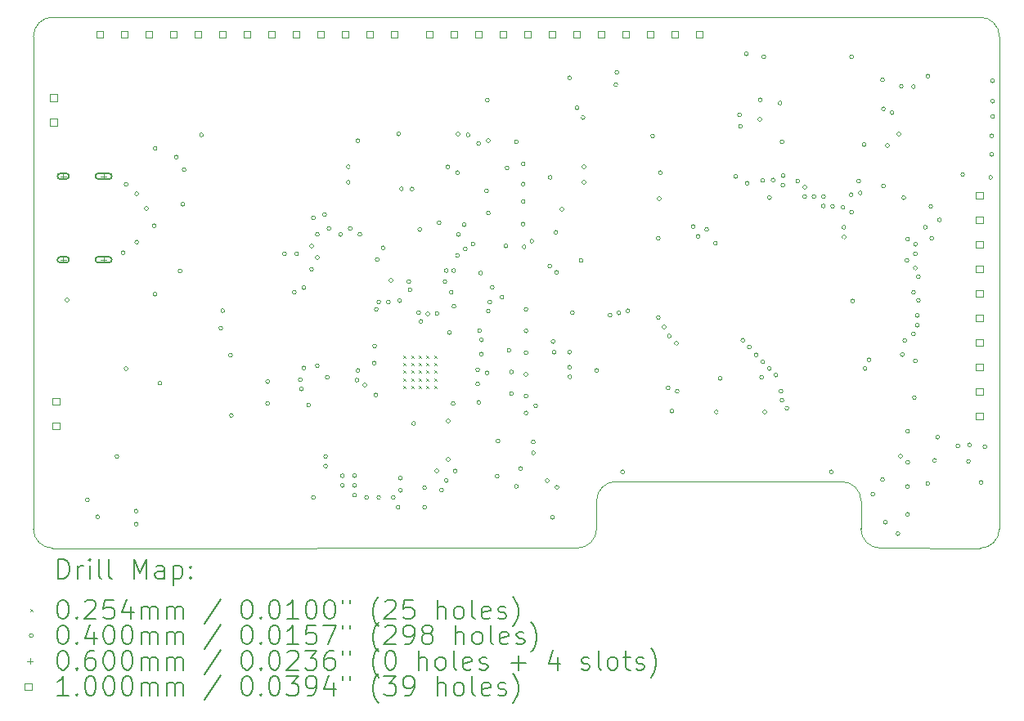
<source format=gbr>
%TF.GenerationSoftware,KiCad,Pcbnew,7.0.8*%
%TF.CreationDate,2023-10-23T23:13:35+02:00*%
%TF.ProjectId,epaper-breakout,65706170-6572-42d6-9272-65616b6f7574,rev?*%
%TF.SameCoordinates,Original*%
%TF.FileFunction,Drillmap*%
%TF.FilePolarity,Positive*%
%FSLAX45Y45*%
G04 Gerber Fmt 4.5, Leading zero omitted, Abs format (unit mm)*
G04 Created by KiCad (PCBNEW 7.0.8) date 2023-10-23 23:13:35*
%MOMM*%
%LPD*%
G01*
G04 APERTURE LIST*
%ADD10C,0.050000*%
%ADD11C,0.200000*%
%ADD12C,0.025400*%
%ADD13C,0.040000*%
%ADD14C,0.060000*%
%ADD15C,0.100000*%
G04 APERTURE END LIST*
D10*
X2500000Y-6250000D02*
X2500000Y-1150000D01*
X2700000Y-6450000D02*
X8130000Y-6448579D01*
X12500000Y-1150000D02*
X12500000Y-6250000D01*
X2700000Y-950000D02*
X12300000Y-950000D01*
X2700000Y-950000D02*
G75*
G03*
X2500000Y-1150000I0J-200000D01*
G01*
X8530000Y-5760000D02*
G75*
G03*
X8330000Y-5960000I0J-200000D01*
G01*
X8330000Y-6248579D02*
X8330000Y-5960000D01*
X8130000Y-6448580D02*
G75*
G03*
X8330000Y-6248579I0J200000D01*
G01*
X11066621Y-6248579D02*
G75*
G03*
X11266621Y-6448579I199999J-1D01*
G01*
X8870000Y-5760000D02*
X8530000Y-5760000D01*
X12500000Y-1150000D02*
G75*
G03*
X12300000Y-950000I-200000J0D01*
G01*
X2500000Y-6250000D02*
G75*
G03*
X2700000Y-6450000I200000J0D01*
G01*
X11066621Y-6248579D02*
X11068579Y-5961421D01*
X12300000Y-6450000D02*
G75*
G03*
X12500000Y-6250000I0J200000D01*
G01*
X11266621Y-6448579D02*
X12300000Y-6450000D01*
X11068579Y-5961421D02*
G75*
G03*
X10868579Y-5761421I-199999J1D01*
G01*
X10868579Y-5761421D02*
X8870000Y-5760000D01*
D11*
D12*
X6332220Y-4452620D02*
X6357620Y-4478020D01*
X6357620Y-4452620D02*
X6332220Y-4478020D01*
X6332220Y-4531360D02*
X6357620Y-4556760D01*
X6357620Y-4531360D02*
X6332220Y-4556760D01*
X6332220Y-4610100D02*
X6357620Y-4635500D01*
X6357620Y-4610100D02*
X6332220Y-4635500D01*
X6332220Y-4688840D02*
X6357620Y-4714240D01*
X6357620Y-4688840D02*
X6332220Y-4714240D01*
X6332220Y-4767580D02*
X6357620Y-4792980D01*
X6357620Y-4767580D02*
X6332220Y-4792980D01*
X6410960Y-4452620D02*
X6436360Y-4478020D01*
X6436360Y-4452620D02*
X6410960Y-4478020D01*
X6410960Y-4531360D02*
X6436360Y-4556760D01*
X6436360Y-4531360D02*
X6410960Y-4556760D01*
X6410960Y-4610100D02*
X6436360Y-4635500D01*
X6436360Y-4610100D02*
X6410960Y-4635500D01*
X6410960Y-4688840D02*
X6436360Y-4714240D01*
X6436360Y-4688840D02*
X6410960Y-4714240D01*
X6410960Y-4767580D02*
X6436360Y-4792980D01*
X6436360Y-4767580D02*
X6410960Y-4792980D01*
X6489700Y-4452620D02*
X6515100Y-4478020D01*
X6515100Y-4452620D02*
X6489700Y-4478020D01*
X6489700Y-4531360D02*
X6515100Y-4556760D01*
X6515100Y-4531360D02*
X6489700Y-4556760D01*
X6489700Y-4610100D02*
X6515100Y-4635500D01*
X6515100Y-4610100D02*
X6489700Y-4635500D01*
X6489700Y-4688840D02*
X6515100Y-4714240D01*
X6515100Y-4688840D02*
X6489700Y-4714240D01*
X6489700Y-4767580D02*
X6515100Y-4792980D01*
X6515100Y-4767580D02*
X6489700Y-4792980D01*
X6568440Y-4452620D02*
X6593840Y-4478020D01*
X6593840Y-4452620D02*
X6568440Y-4478020D01*
X6568440Y-4531360D02*
X6593840Y-4556760D01*
X6593840Y-4531360D02*
X6568440Y-4556760D01*
X6568440Y-4610100D02*
X6593840Y-4635500D01*
X6593840Y-4610100D02*
X6568440Y-4635500D01*
X6568440Y-4688840D02*
X6593840Y-4714240D01*
X6593840Y-4688840D02*
X6568440Y-4714240D01*
X6568440Y-4767580D02*
X6593840Y-4792980D01*
X6593840Y-4767580D02*
X6568440Y-4792980D01*
X6647180Y-4452620D02*
X6672580Y-4478020D01*
X6672580Y-4452620D02*
X6647180Y-4478020D01*
X6647180Y-4531360D02*
X6672580Y-4556760D01*
X6672580Y-4531360D02*
X6647180Y-4556760D01*
X6647180Y-4610100D02*
X6672580Y-4635500D01*
X6672580Y-4610100D02*
X6647180Y-4635500D01*
X6647180Y-4688840D02*
X6672580Y-4714240D01*
X6672580Y-4688840D02*
X6647180Y-4714240D01*
X6647180Y-4767580D02*
X6672580Y-4792980D01*
X6672580Y-4767580D02*
X6647180Y-4792980D01*
D13*
X2870000Y-3880000D02*
G75*
G03*
X2870000Y-3880000I-20000J0D01*
G01*
X3080000Y-5950000D02*
G75*
G03*
X3080000Y-5950000I-20000J0D01*
G01*
X3185000Y-6125000D02*
G75*
G03*
X3185000Y-6125000I-20000J0D01*
G01*
X3385000Y-5500000D02*
G75*
G03*
X3385000Y-5500000I-20000J0D01*
G01*
X3450000Y-3390000D02*
G75*
G03*
X3450000Y-3390000I-20000J0D01*
G01*
X3480000Y-2680000D02*
G75*
G03*
X3480000Y-2680000I-20000J0D01*
G01*
X3480000Y-4590000D02*
G75*
G03*
X3480000Y-4590000I-20000J0D01*
G01*
X3583394Y-6066444D02*
G75*
G03*
X3583394Y-6066444I-20000J0D01*
G01*
X3585000Y-6200000D02*
G75*
G03*
X3585000Y-6200000I-20000J0D01*
G01*
X3590000Y-2780000D02*
G75*
G03*
X3590000Y-2780000I-20000J0D01*
G01*
X3590000Y-3280000D02*
G75*
G03*
X3590000Y-3280000I-20000J0D01*
G01*
X3690858Y-2930801D02*
G75*
G03*
X3690858Y-2930801I-20000J0D01*
G01*
X3770000Y-3110000D02*
G75*
G03*
X3770000Y-3110000I-20000J0D01*
G01*
X3780000Y-2310000D02*
G75*
G03*
X3780000Y-2310000I-20000J0D01*
G01*
X3780000Y-3820000D02*
G75*
G03*
X3780000Y-3820000I-20000J0D01*
G01*
X3830000Y-4740000D02*
G75*
G03*
X3830000Y-4740000I-20000J0D01*
G01*
X4000000Y-2400000D02*
G75*
G03*
X4000000Y-2400000I-20000J0D01*
G01*
X4040000Y-3580000D02*
G75*
G03*
X4040000Y-3580000I-20000J0D01*
G01*
X4066634Y-2886634D02*
G75*
G03*
X4066634Y-2886634I-20000J0D01*
G01*
X4080000Y-2530000D02*
G75*
G03*
X4080000Y-2530000I-20000J0D01*
G01*
X4260000Y-2170000D02*
G75*
G03*
X4260000Y-2170000I-20000J0D01*
G01*
X4460000Y-4170000D02*
G75*
G03*
X4460000Y-4170000I-20000J0D01*
G01*
X4480000Y-3990000D02*
G75*
G03*
X4480000Y-3990000I-20000J0D01*
G01*
X4560000Y-4450000D02*
G75*
G03*
X4560000Y-4450000I-20000J0D01*
G01*
X4570000Y-5075000D02*
G75*
G03*
X4570000Y-5075000I-20000J0D01*
G01*
X4945000Y-4725000D02*
G75*
G03*
X4945000Y-4725000I-20000J0D01*
G01*
X4945000Y-4950000D02*
G75*
G03*
X4945000Y-4950000I-20000J0D01*
G01*
X5120000Y-3400000D02*
G75*
G03*
X5120000Y-3400000I-20000J0D01*
G01*
X5220000Y-3800000D02*
G75*
G03*
X5220000Y-3800000I-20000J0D01*
G01*
X5245000Y-3400000D02*
G75*
G03*
X5245000Y-3400000I-20000J0D01*
G01*
X5282928Y-4704762D02*
G75*
G03*
X5282928Y-4704762I-20000J0D01*
G01*
X5295000Y-4800000D02*
G75*
G03*
X5295000Y-4800000I-20000J0D01*
G01*
X5320000Y-3750000D02*
G75*
G03*
X5320000Y-3750000I-20000J0D01*
G01*
X5320000Y-4584000D02*
G75*
G03*
X5320000Y-4584000I-20000J0D01*
G01*
X5370000Y-4966400D02*
G75*
G03*
X5370000Y-4966400I-20000J0D01*
G01*
X5400000Y-3320000D02*
G75*
G03*
X5400000Y-3320000I-20000J0D01*
G01*
X5400000Y-3560000D02*
G75*
G03*
X5400000Y-3560000I-20000J0D01*
G01*
X5420000Y-3030000D02*
G75*
G03*
X5420000Y-3030000I-20000J0D01*
G01*
X5420000Y-5925000D02*
G75*
G03*
X5420000Y-5925000I-20000J0D01*
G01*
X5459669Y-4560410D02*
G75*
G03*
X5459669Y-4560410I-20000J0D01*
G01*
X5460000Y-3200000D02*
G75*
G03*
X5460000Y-3200000I-20000J0D01*
G01*
X5460000Y-3440000D02*
G75*
G03*
X5460000Y-3440000I-20000J0D01*
G01*
X5535169Y-2995169D02*
G75*
G03*
X5535169Y-2995169I-20000J0D01*
G01*
X5545000Y-5500000D02*
G75*
G03*
X5545000Y-5500000I-20000J0D01*
G01*
X5545000Y-5600000D02*
G75*
G03*
X5545000Y-5600000I-20000J0D01*
G01*
X5563800Y-4681200D02*
G75*
G03*
X5563800Y-4681200I-20000J0D01*
G01*
X5580000Y-3140000D02*
G75*
G03*
X5580000Y-3140000I-20000J0D01*
G01*
X5700000Y-3200000D02*
G75*
G03*
X5700000Y-3200000I-20000J0D01*
G01*
X5720000Y-5700000D02*
G75*
G03*
X5720000Y-5700000I-20000J0D01*
G01*
X5720000Y-5800000D02*
G75*
G03*
X5720000Y-5800000I-20000J0D01*
G01*
X5780000Y-2500000D02*
G75*
G03*
X5780000Y-2500000I-20000J0D01*
G01*
X5780000Y-2660000D02*
G75*
G03*
X5780000Y-2660000I-20000J0D01*
G01*
X5800000Y-3140000D02*
G75*
G03*
X5800000Y-3140000I-20000J0D01*
G01*
X5845000Y-5700000D02*
G75*
G03*
X5845000Y-5700000I-20000J0D01*
G01*
X5845000Y-5800000D02*
G75*
G03*
X5845000Y-5800000I-20000J0D01*
G01*
X5845000Y-5900000D02*
G75*
G03*
X5845000Y-5900000I-20000J0D01*
G01*
X5869678Y-4709440D02*
G75*
G03*
X5869678Y-4709440I-20000J0D01*
G01*
X5880000Y-2230000D02*
G75*
G03*
X5880000Y-2230000I-20000J0D01*
G01*
X5880100Y-4610100D02*
G75*
G03*
X5880100Y-4610100I-20000J0D01*
G01*
X5900000Y-3200000D02*
G75*
G03*
X5900000Y-3200000I-20000J0D01*
G01*
X5951470Y-4759699D02*
G75*
G03*
X5951470Y-4759699I-20000J0D01*
G01*
X5970000Y-5925000D02*
G75*
G03*
X5970000Y-5925000I-20000J0D01*
G01*
X6047675Y-4533703D02*
G75*
G03*
X6047675Y-4533703I-20000J0D01*
G01*
X6052626Y-4355974D02*
G75*
G03*
X6052626Y-4355974I-20000J0D01*
G01*
X6065200Y-4864100D02*
G75*
G03*
X6065200Y-4864100I-20000J0D01*
G01*
X6070000Y-3975000D02*
G75*
G03*
X6070000Y-3975000I-20000J0D01*
G01*
X6080000Y-3460000D02*
G75*
G03*
X6080000Y-3460000I-20000J0D01*
G01*
X6095000Y-3900000D02*
G75*
G03*
X6095000Y-3900000I-20000J0D01*
G01*
X6095000Y-5925000D02*
G75*
G03*
X6095000Y-5925000I-20000J0D01*
G01*
X6140000Y-3340000D02*
G75*
G03*
X6140000Y-3340000I-20000J0D01*
G01*
X6195000Y-3900000D02*
G75*
G03*
X6195000Y-3900000I-20000J0D01*
G01*
X6221553Y-3676553D02*
G75*
G03*
X6221553Y-3676553I-20000J0D01*
G01*
X6245000Y-5925000D02*
G75*
G03*
X6245000Y-5925000I-20000J0D01*
G01*
X6295000Y-6025000D02*
G75*
G03*
X6295000Y-6025000I-20000J0D01*
G01*
X6300000Y-2160000D02*
G75*
G03*
X6300000Y-2160000I-20000J0D01*
G01*
X6312779Y-3887324D02*
G75*
G03*
X6312779Y-3887324I-20000J0D01*
G01*
X6320000Y-5725000D02*
G75*
G03*
X6320000Y-5725000I-20000J0D01*
G01*
X6320000Y-5850000D02*
G75*
G03*
X6320000Y-5850000I-20000J0D01*
G01*
X6330000Y-2728450D02*
G75*
G03*
X6330000Y-2728450I-20000J0D01*
G01*
X6405400Y-3689600D02*
G75*
G03*
X6405400Y-3689600I-20000J0D01*
G01*
X6420000Y-3775000D02*
G75*
G03*
X6420000Y-3775000I-20000J0D01*
G01*
X6440000Y-2730000D02*
G75*
G03*
X6440000Y-2730000I-20000J0D01*
G01*
X6456728Y-5158466D02*
G75*
G03*
X6456728Y-5158466I-20000J0D01*
G01*
X6507636Y-4009400D02*
G75*
G03*
X6507636Y-4009400I-20000J0D01*
G01*
X6520000Y-3150000D02*
G75*
G03*
X6520000Y-3150000I-20000J0D01*
G01*
X6532399Y-4102100D02*
G75*
G03*
X6532399Y-4102100I-20000J0D01*
G01*
X6570000Y-5825000D02*
G75*
G03*
X6570000Y-5825000I-20000J0D01*
G01*
X6570000Y-6025000D02*
G75*
G03*
X6570000Y-6025000I-20000J0D01*
G01*
X6602766Y-4022766D02*
G75*
G03*
X6602766Y-4022766I-20000J0D01*
G01*
X6695000Y-5650000D02*
G75*
G03*
X6695000Y-5650000I-20000J0D01*
G01*
X6699525Y-4019275D02*
G75*
G03*
X6699525Y-4019275I-20000J0D01*
G01*
X6720000Y-3080000D02*
G75*
G03*
X6720000Y-3080000I-20000J0D01*
G01*
X6745000Y-5850000D02*
G75*
G03*
X6745000Y-5850000I-20000J0D01*
G01*
X6780400Y-3689600D02*
G75*
G03*
X6780400Y-3689600I-20000J0D01*
G01*
X6795000Y-3575000D02*
G75*
G03*
X6795000Y-3575000I-20000J0D01*
G01*
X6795000Y-5750000D02*
G75*
G03*
X6795000Y-5750000I-20000J0D01*
G01*
X6810000Y-2500000D02*
G75*
G03*
X6810000Y-2500000I-20000J0D01*
G01*
X6814400Y-5530600D02*
G75*
G03*
X6814400Y-5530600I-20000J0D01*
G01*
X6814500Y-5133300D02*
G75*
G03*
X6814500Y-5133300I-20000J0D01*
G01*
X6827200Y-4216400D02*
G75*
G03*
X6827200Y-4216400I-20000J0D01*
G01*
X6845000Y-3800000D02*
G75*
G03*
X6845000Y-3800000I-20000J0D01*
G01*
X6865174Y-4953126D02*
G75*
G03*
X6865174Y-4953126I-20000J0D01*
G01*
X6870000Y-3575000D02*
G75*
G03*
X6870000Y-3575000I-20000J0D01*
G01*
X6874000Y-3945100D02*
G75*
G03*
X6874000Y-3945100I-20000J0D01*
G01*
X6885900Y-5650000D02*
G75*
G03*
X6885900Y-5650000I-20000J0D01*
G01*
X6910000Y-2560000D02*
G75*
G03*
X6910000Y-2560000I-20000J0D01*
G01*
X6910000Y-3420000D02*
G75*
G03*
X6910000Y-3420000I-20000J0D01*
G01*
X6915950Y-2160000D02*
G75*
G03*
X6915950Y-2160000I-20000J0D01*
G01*
X6920000Y-3200000D02*
G75*
G03*
X6920000Y-3200000I-20000J0D01*
G01*
X6979831Y-3100169D02*
G75*
G03*
X6979831Y-3100169I-20000J0D01*
G01*
X6990000Y-3350000D02*
G75*
G03*
X6990000Y-3350000I-20000J0D01*
G01*
X7020000Y-2170000D02*
G75*
G03*
X7020000Y-2170000I-20000J0D01*
G01*
X7071366Y-3299146D02*
G75*
G03*
X7071366Y-3299146I-20000J0D01*
G01*
X7119300Y-4602200D02*
G75*
G03*
X7119300Y-4602200I-20000J0D01*
G01*
X7119300Y-4749800D02*
G75*
G03*
X7119300Y-4749800I-20000J0D01*
G01*
X7130000Y-2260000D02*
G75*
G03*
X7130000Y-2260000I-20000J0D01*
G01*
X7130000Y-4940000D02*
G75*
G03*
X7130000Y-4940000I-20000J0D01*
G01*
X7139709Y-4198567D02*
G75*
G03*
X7139709Y-4198567I-20000J0D01*
G01*
X7150000Y-3600000D02*
G75*
G03*
X7150000Y-3600000I-20000J0D01*
G01*
X7157400Y-4440200D02*
G75*
G03*
X7157400Y-4440200I-20000J0D01*
G01*
X7158794Y-4292600D02*
G75*
G03*
X7158794Y-4292600I-20000J0D01*
G01*
X7210000Y-2750000D02*
G75*
G03*
X7210000Y-2750000I-20000J0D01*
G01*
X7216763Y-4634224D02*
G75*
G03*
X7216763Y-4634224I-20000J0D01*
G01*
X7220000Y-1810000D02*
G75*
G03*
X7220000Y-1810000I-20000J0D01*
G01*
X7229226Y-3994645D02*
G75*
G03*
X7229226Y-3994645I-20000J0D01*
G01*
X7230000Y-2230000D02*
G75*
G03*
X7230000Y-2230000I-20000J0D01*
G01*
X7230000Y-2980000D02*
G75*
G03*
X7230000Y-2980000I-20000J0D01*
G01*
X7245000Y-3900000D02*
G75*
G03*
X7245000Y-3900000I-20000J0D01*
G01*
X7270000Y-3750000D02*
G75*
G03*
X7270000Y-3750000I-20000J0D01*
G01*
X7320000Y-5704000D02*
G75*
G03*
X7320000Y-5704000I-20000J0D01*
G01*
X7329153Y-5339050D02*
G75*
G03*
X7329153Y-5339050I-20000J0D01*
G01*
X7370000Y-3850000D02*
G75*
G03*
X7370000Y-3850000I-20000J0D01*
G01*
X7410000Y-3320000D02*
G75*
G03*
X7410000Y-3320000I-20000J0D01*
G01*
X7423450Y-2510000D02*
G75*
G03*
X7423450Y-2510000I-20000J0D01*
G01*
X7445000Y-4400000D02*
G75*
G03*
X7445000Y-4400000I-20000J0D01*
G01*
X7470000Y-4625000D02*
G75*
G03*
X7470000Y-4625000I-20000J0D01*
G01*
X7470000Y-4850000D02*
G75*
G03*
X7470000Y-4850000I-20000J0D01*
G01*
X7520000Y-2240000D02*
G75*
G03*
X7520000Y-2240000I-20000J0D01*
G01*
X7520000Y-5810000D02*
G75*
G03*
X7520000Y-5810000I-20000J0D01*
G01*
X7564889Y-5625000D02*
G75*
G03*
X7564889Y-5625000I-20000J0D01*
G01*
X7590000Y-2470000D02*
G75*
G03*
X7590000Y-2470000I-20000J0D01*
G01*
X7590000Y-2860000D02*
G75*
G03*
X7590000Y-2860000I-20000J0D01*
G01*
X7590550Y-2680000D02*
G75*
G03*
X7590550Y-2680000I-20000J0D01*
G01*
X7590550Y-3093401D02*
G75*
G03*
X7590550Y-3093401I-20000J0D01*
G01*
X7600000Y-3330000D02*
G75*
G03*
X7600000Y-3330000I-20000J0D01*
G01*
X7620000Y-3975000D02*
G75*
G03*
X7620000Y-3975000I-20000J0D01*
G01*
X7620000Y-4200000D02*
G75*
G03*
X7620000Y-4200000I-20000J0D01*
G01*
X7620000Y-4425000D02*
G75*
G03*
X7620000Y-4425000I-20000J0D01*
G01*
X7620000Y-4650000D02*
G75*
G03*
X7620000Y-4650000I-20000J0D01*
G01*
X7620000Y-4875000D02*
G75*
G03*
X7620000Y-4875000I-20000J0D01*
G01*
X7620000Y-5050000D02*
G75*
G03*
X7620000Y-5050000I-20000J0D01*
G01*
X7680000Y-3270000D02*
G75*
G03*
X7680000Y-3270000I-20000J0D01*
G01*
X7695000Y-5350000D02*
G75*
G03*
X7695000Y-5350000I-20000J0D01*
G01*
X7696981Y-5462500D02*
G75*
G03*
X7696981Y-5462500I-20000J0D01*
G01*
X7720000Y-4975000D02*
G75*
G03*
X7720000Y-4975000I-20000J0D01*
G01*
X7840000Y-5750000D02*
G75*
G03*
X7840000Y-5750000I-20000J0D01*
G01*
X7865950Y-3530000D02*
G75*
G03*
X7865950Y-3530000I-20000J0D01*
G01*
X7870000Y-2610000D02*
G75*
G03*
X7870000Y-2610000I-20000J0D01*
G01*
X7894000Y-6130000D02*
G75*
G03*
X7894000Y-6130000I-20000J0D01*
G01*
X7900000Y-4310000D02*
G75*
G03*
X7900000Y-4310000I-20000J0D01*
G01*
X7910000Y-4420000D02*
G75*
G03*
X7910000Y-4420000I-20000J0D01*
G01*
X7930000Y-3178450D02*
G75*
G03*
X7930000Y-3178450I-20000J0D01*
G01*
X7937324Y-3594127D02*
G75*
G03*
X7937324Y-3594127I-20000J0D01*
G01*
X7940000Y-5820000D02*
G75*
G03*
X7940000Y-5820000I-20000J0D01*
G01*
X7991550Y-2940000D02*
G75*
G03*
X7991550Y-2940000I-20000J0D01*
G01*
X8070000Y-1578450D02*
G75*
G03*
X8070000Y-1578450I-20000J0D01*
G01*
X8070000Y-4420000D02*
G75*
G03*
X8070000Y-4420000I-20000J0D01*
G01*
X8070000Y-4575000D02*
G75*
G03*
X8070000Y-4575000I-20000J0D01*
G01*
X8074000Y-4675000D02*
G75*
G03*
X8074000Y-4675000I-20000J0D01*
G01*
X8100000Y-4010000D02*
G75*
G03*
X8100000Y-4010000I-20000J0D01*
G01*
X8148000Y-1887450D02*
G75*
G03*
X8148000Y-1887450I-20000J0D01*
G01*
X8190000Y-3470000D02*
G75*
G03*
X8190000Y-3470000I-20000J0D01*
G01*
X8210000Y-1990000D02*
G75*
G03*
X8210000Y-1990000I-20000J0D01*
G01*
X8219550Y-2500000D02*
G75*
G03*
X8219550Y-2500000I-20000J0D01*
G01*
X8220000Y-2660000D02*
G75*
G03*
X8220000Y-2660000I-20000J0D01*
G01*
X8350000Y-4609050D02*
G75*
G03*
X8350000Y-4609050I-20000J0D01*
G01*
X8488097Y-4035695D02*
G75*
G03*
X8488097Y-4035695I-20000J0D01*
G01*
X8550000Y-1650000D02*
G75*
G03*
X8550000Y-1650000I-20000J0D01*
G01*
X8560000Y-1520000D02*
G75*
G03*
X8560000Y-1520000I-20000J0D01*
G01*
X8581674Y-4014485D02*
G75*
G03*
X8581674Y-4014485I-20000J0D01*
G01*
X8620000Y-5660000D02*
G75*
G03*
X8620000Y-5660000I-20000J0D01*
G01*
X8674873Y-3991676D02*
G75*
G03*
X8674873Y-3991676I-20000J0D01*
G01*
X8930000Y-2180000D02*
G75*
G03*
X8930000Y-2180000I-20000J0D01*
G01*
X8988450Y-3240000D02*
G75*
G03*
X8988450Y-3240000I-20000J0D01*
G01*
X8990000Y-4060000D02*
G75*
G03*
X8990000Y-4060000I-20000J0D01*
G01*
X9000000Y-2830000D02*
G75*
G03*
X9000000Y-2830000I-20000J0D01*
G01*
X9010000Y-2560000D02*
G75*
G03*
X9010000Y-2560000I-20000J0D01*
G01*
X9050000Y-4160000D02*
G75*
G03*
X9050000Y-4160000I-20000J0D01*
G01*
X9090000Y-4790000D02*
G75*
G03*
X9090000Y-4790000I-20000J0D01*
G01*
X9102877Y-4252877D02*
G75*
G03*
X9102877Y-4252877I-20000J0D01*
G01*
X9130000Y-5030000D02*
G75*
G03*
X9130000Y-5030000I-20000J0D01*
G01*
X9177123Y-4327123D02*
G75*
G03*
X9177123Y-4327123I-20000J0D01*
G01*
X9185000Y-4825000D02*
G75*
G03*
X9185000Y-4825000I-20000J0D01*
G01*
X9350000Y-3120000D02*
G75*
G03*
X9350000Y-3120000I-20000J0D01*
G01*
X9400000Y-3220000D02*
G75*
G03*
X9400000Y-3220000I-20000J0D01*
G01*
X9490000Y-3150000D02*
G75*
G03*
X9490000Y-3150000I-20000J0D01*
G01*
X9580000Y-3290000D02*
G75*
G03*
X9580000Y-3290000I-20000J0D01*
G01*
X9590000Y-5040000D02*
G75*
G03*
X9590000Y-5040000I-20000J0D01*
G01*
X9630000Y-4690000D02*
G75*
G03*
X9630000Y-4690000I-20000J0D01*
G01*
X9790000Y-2600000D02*
G75*
G03*
X9790000Y-2600000I-20000J0D01*
G01*
X9830000Y-1960000D02*
G75*
G03*
X9830000Y-1960000I-20000J0D01*
G01*
X9840000Y-2080000D02*
G75*
G03*
X9840000Y-2080000I-20000J0D01*
G01*
X9864050Y-4296642D02*
G75*
G03*
X9864050Y-4296642I-20000J0D01*
G01*
X9900000Y-1330000D02*
G75*
G03*
X9900000Y-1330000I-20000J0D01*
G01*
X9910000Y-2670000D02*
G75*
G03*
X9910000Y-2670000I-20000J0D01*
G01*
X9932500Y-4367500D02*
G75*
G03*
X9932500Y-4367500I-20000J0D01*
G01*
X10001800Y-4448200D02*
G75*
G03*
X10001800Y-4448200I-20000J0D01*
G01*
X10040000Y-2010000D02*
G75*
G03*
X10040000Y-2010000I-20000J0D01*
G01*
X10043402Y-1806598D02*
G75*
G03*
X10043402Y-1806598I-20000J0D01*
G01*
X10060000Y-4680000D02*
G75*
G03*
X10060000Y-4680000I-20000J0D01*
G01*
X10070000Y-2640000D02*
G75*
G03*
X10070000Y-2640000I-20000J0D01*
G01*
X10070250Y-4520250D02*
G75*
G03*
X10070250Y-4520250I-20000J0D01*
G01*
X10080000Y-1360000D02*
G75*
G03*
X10080000Y-1360000I-20000J0D01*
G01*
X10090000Y-5040000D02*
G75*
G03*
X10090000Y-5040000I-20000J0D01*
G01*
X10138700Y-4588450D02*
G75*
G03*
X10138700Y-4588450I-20000J0D01*
G01*
X10140000Y-2820000D02*
G75*
G03*
X10140000Y-2820000I-20000J0D01*
G01*
X10177556Y-2637149D02*
G75*
G03*
X10177556Y-2637149I-20000J0D01*
G01*
X10207150Y-4656900D02*
G75*
G03*
X10207150Y-4656900I-20000J0D01*
G01*
X10250000Y-1840000D02*
G75*
G03*
X10250000Y-1840000I-20000J0D01*
G01*
X10259297Y-4823191D02*
G75*
G03*
X10259297Y-4823191I-20000J0D01*
G01*
X10269147Y-4918634D02*
G75*
G03*
X10269147Y-4918634I-20000J0D01*
G01*
X10270000Y-2240000D02*
G75*
G03*
X10270000Y-2240000I-20000J0D01*
G01*
X10280000Y-2690000D02*
G75*
G03*
X10280000Y-2690000I-20000J0D01*
G01*
X10281600Y-2590800D02*
G75*
G03*
X10281600Y-2590800I-20000J0D01*
G01*
X10320000Y-5000000D02*
G75*
G03*
X10320000Y-5000000I-20000J0D01*
G01*
X10433012Y-2648450D02*
G75*
G03*
X10433012Y-2648450I-20000J0D01*
G01*
X10504235Y-2809295D02*
G75*
G03*
X10504235Y-2809295I-20000J0D01*
G01*
X10506422Y-2710235D02*
G75*
G03*
X10506422Y-2710235I-20000J0D01*
G01*
X10601248Y-2809085D02*
G75*
G03*
X10601248Y-2809085I-20000J0D01*
G01*
X10697732Y-2906207D02*
G75*
G03*
X10697732Y-2906207I-20000J0D01*
G01*
X10698712Y-2808425D02*
G75*
G03*
X10698712Y-2808425I-20000J0D01*
G01*
X10780000Y-5660000D02*
G75*
G03*
X10780000Y-5660000I-20000J0D01*
G01*
X10793623Y-2909574D02*
G75*
G03*
X10793623Y-2909574I-20000J0D01*
G01*
X10900000Y-2920000D02*
G75*
G03*
X10900000Y-2920000I-20000J0D01*
G01*
X10910018Y-3126785D02*
G75*
G03*
X10910018Y-3126785I-20000J0D01*
G01*
X10912980Y-3226550D02*
G75*
G03*
X10912980Y-3226550I-20000J0D01*
G01*
X10986098Y-2789721D02*
G75*
G03*
X10986098Y-2789721I-20000J0D01*
G01*
X10990000Y-1360950D02*
G75*
G03*
X10990000Y-1360950I-20000J0D01*
G01*
X10990000Y-2970000D02*
G75*
G03*
X10990000Y-2970000I-20000J0D01*
G01*
X11000000Y-3890000D02*
G75*
G03*
X11000000Y-3890000I-20000J0D01*
G01*
X11063450Y-2648450D02*
G75*
G03*
X11063450Y-2648450I-20000J0D01*
G01*
X11080000Y-2770000D02*
G75*
G03*
X11080000Y-2770000I-20000J0D01*
G01*
X11120000Y-2270000D02*
G75*
G03*
X11120000Y-2270000I-20000J0D01*
G01*
X11130000Y-4590000D02*
G75*
G03*
X11130000Y-4590000I-20000J0D01*
G01*
X11170000Y-4500000D02*
G75*
G03*
X11170000Y-4500000I-20000J0D01*
G01*
X11210000Y-5890000D02*
G75*
G03*
X11210000Y-5890000I-20000J0D01*
G01*
X11310000Y-1600000D02*
G75*
G03*
X11310000Y-1600000I-20000J0D01*
G01*
X11310000Y-5740000D02*
G75*
G03*
X11310000Y-5740000I-20000J0D01*
G01*
X11320000Y-1900000D02*
G75*
G03*
X11320000Y-1900000I-20000J0D01*
G01*
X11320000Y-2700000D02*
G75*
G03*
X11320000Y-2700000I-20000J0D01*
G01*
X11340000Y-6180000D02*
G75*
G03*
X11340000Y-6180000I-20000J0D01*
G01*
X11360000Y-2280000D02*
G75*
G03*
X11360000Y-2280000I-20000J0D01*
G01*
X11410000Y-1940000D02*
G75*
G03*
X11410000Y-1940000I-20000J0D01*
G01*
X11470000Y-6300000D02*
G75*
G03*
X11470000Y-6300000I-20000J0D01*
G01*
X11480000Y-2160000D02*
G75*
G03*
X11480000Y-2160000I-20000J0D01*
G01*
X11497149Y-5497556D02*
G75*
G03*
X11497149Y-5497556I-20000J0D01*
G01*
X11505000Y-1665000D02*
G75*
G03*
X11505000Y-1665000I-20000J0D01*
G01*
X11515409Y-4445000D02*
G75*
G03*
X11515409Y-4445000I-20000J0D01*
G01*
X11530000Y-2820000D02*
G75*
G03*
X11530000Y-2820000I-20000J0D01*
G01*
X11540000Y-4300000D02*
G75*
G03*
X11540000Y-4300000I-20000J0D01*
G01*
X11561808Y-3468450D02*
G75*
G03*
X11561808Y-3468450I-20000J0D01*
G01*
X11567760Y-5812240D02*
G75*
G03*
X11567760Y-5812240I-20000J0D01*
G01*
X11570000Y-3250000D02*
G75*
G03*
X11570000Y-3250000I-20000J0D01*
G01*
X11570000Y-5240000D02*
G75*
G03*
X11570000Y-5240000I-20000J0D01*
G01*
X11570000Y-5560000D02*
G75*
G03*
X11570000Y-5560000I-20000J0D01*
G01*
X11570000Y-6100000D02*
G75*
G03*
X11570000Y-6100000I-20000J0D01*
G01*
X11630000Y-1670000D02*
G75*
G03*
X11630000Y-1670000I-20000J0D01*
G01*
X11630000Y-4230000D02*
G75*
G03*
X11630000Y-4230000I-20000J0D01*
G01*
X11631550Y-3800055D02*
G75*
G03*
X11631550Y-3800055I-20000J0D01*
G01*
X11640000Y-4890000D02*
G75*
G03*
X11640000Y-4890000I-20000J0D01*
G01*
X11650000Y-3400000D02*
G75*
G03*
X11650000Y-3400000I-20000J0D01*
G01*
X11650000Y-3548450D02*
G75*
G03*
X11650000Y-3548450I-20000J0D01*
G01*
X11650000Y-4510000D02*
G75*
G03*
X11650000Y-4510000I-20000J0D01*
G01*
X11651563Y-3301563D02*
G75*
G03*
X11651563Y-3301563I-20000J0D01*
G01*
X11670000Y-4040000D02*
G75*
G03*
X11670000Y-4040000I-20000J0D01*
G01*
X11670000Y-4140000D02*
G75*
G03*
X11670000Y-4140000I-20000J0D01*
G01*
X11681550Y-3639065D02*
G75*
G03*
X11681550Y-3639065I-20000J0D01*
G01*
X11681550Y-3881947D02*
G75*
G03*
X11681550Y-3881947I-20000J0D01*
G01*
X11753401Y-3126598D02*
G75*
G03*
X11753401Y-3126598I-20000J0D01*
G01*
X11780000Y-1560000D02*
G75*
G03*
X11780000Y-1560000I-20000J0D01*
G01*
X11780000Y-5780000D02*
G75*
G03*
X11780000Y-5780000I-20000J0D01*
G01*
X11810000Y-2910000D02*
G75*
G03*
X11810000Y-2910000I-20000J0D01*
G01*
X11820000Y-3240000D02*
G75*
G03*
X11820000Y-3240000I-20000J0D01*
G01*
X11850000Y-5540950D02*
G75*
G03*
X11850000Y-5540950I-20000J0D01*
G01*
X11880000Y-5300000D02*
G75*
G03*
X11880000Y-5300000I-20000J0D01*
G01*
X11899050Y-3050000D02*
G75*
G03*
X11899050Y-3050000I-20000J0D01*
G01*
X12090950Y-5390000D02*
G75*
G03*
X12090950Y-5390000I-20000J0D01*
G01*
X12140000Y-2580000D02*
G75*
G03*
X12140000Y-2580000I-20000J0D01*
G01*
X12200000Y-5550000D02*
G75*
G03*
X12200000Y-5550000I-20000J0D01*
G01*
X12210000Y-5380000D02*
G75*
G03*
X12210000Y-5380000I-20000J0D01*
G01*
X12330000Y-5770000D02*
G75*
G03*
X12330000Y-5770000I-20000J0D01*
G01*
X12370000Y-5400000D02*
G75*
G03*
X12370000Y-5400000I-20000J0D01*
G01*
X12430000Y-2610000D02*
G75*
G03*
X12430000Y-2610000I-20000J0D01*
G01*
X12440000Y-2180000D02*
G75*
G03*
X12440000Y-2180000I-20000J0D01*
G01*
X12440000Y-2370000D02*
G75*
G03*
X12440000Y-2370000I-20000J0D01*
G01*
X12450000Y-1610000D02*
G75*
G03*
X12450000Y-1610000I-20000J0D01*
G01*
X12450000Y-1820000D02*
G75*
G03*
X12450000Y-1820000I-20000J0D01*
G01*
X12450000Y-1980000D02*
G75*
G03*
X12450000Y-1980000I-20000J0D01*
G01*
D14*
X2809000Y-2568000D02*
X2809000Y-2628000D01*
X2779000Y-2598000D02*
X2839000Y-2598000D01*
D11*
X2839000Y-2568000D02*
X2779000Y-2568000D01*
X2779000Y-2568000D02*
G75*
G03*
X2779000Y-2628000I0J-30000D01*
G01*
X2779000Y-2628000D02*
X2839000Y-2628000D01*
X2839000Y-2628000D02*
G75*
G03*
X2839000Y-2568000I0J30000D01*
G01*
D14*
X2809000Y-3432000D02*
X2809000Y-3492000D01*
X2779000Y-3462000D02*
X2839000Y-3462000D01*
D11*
X2839000Y-3432000D02*
X2779000Y-3432000D01*
X2779000Y-3432000D02*
G75*
G03*
X2779000Y-3492000I0J-30000D01*
G01*
X2779000Y-3492000D02*
X2839000Y-3492000D01*
X2839000Y-3492000D02*
G75*
G03*
X2839000Y-3432000I0J30000D01*
G01*
D14*
X3227000Y-2568000D02*
X3227000Y-2628000D01*
X3197000Y-2598000D02*
X3257000Y-2598000D01*
D11*
X3282000Y-2568000D02*
X3172000Y-2568000D01*
X3172000Y-2568000D02*
G75*
G03*
X3172000Y-2628000I0J-30000D01*
G01*
X3172000Y-2628000D02*
X3282000Y-2628000D01*
X3282000Y-2628000D02*
G75*
G03*
X3282000Y-2568000I0J30000D01*
G01*
D14*
X3227000Y-3432000D02*
X3227000Y-3492000D01*
X3197000Y-3462000D02*
X3257000Y-3462000D01*
D11*
X3282000Y-3432000D02*
X3172000Y-3432000D01*
X3172000Y-3432000D02*
G75*
G03*
X3172000Y-3492000I0J-30000D01*
G01*
X3172000Y-3492000D02*
X3282000Y-3492000D01*
X3282000Y-3492000D02*
G75*
G03*
X3282000Y-3432000I0J30000D01*
G01*
D15*
X2745356Y-1818856D02*
X2745356Y-1748144D01*
X2674644Y-1748144D01*
X2674644Y-1818856D01*
X2745356Y-1818856D01*
X2745356Y-2072856D02*
X2745356Y-2002144D01*
X2674644Y-2002144D01*
X2674644Y-2072856D01*
X2745356Y-2072856D01*
X2770356Y-4962856D02*
X2770356Y-4892144D01*
X2699644Y-4892144D01*
X2699644Y-4962856D01*
X2770356Y-4962856D01*
X2770356Y-5216856D02*
X2770356Y-5146144D01*
X2699644Y-5146144D01*
X2699644Y-5216856D01*
X2770356Y-5216856D01*
X3222856Y-1165356D02*
X3222856Y-1094644D01*
X3152144Y-1094644D01*
X3152144Y-1165356D01*
X3222856Y-1165356D01*
X3476856Y-1165356D02*
X3476856Y-1094644D01*
X3406144Y-1094644D01*
X3406144Y-1165356D01*
X3476856Y-1165356D01*
X3730856Y-1165356D02*
X3730856Y-1094644D01*
X3660144Y-1094644D01*
X3660144Y-1165356D01*
X3730856Y-1165356D01*
X3984856Y-1165356D02*
X3984856Y-1094644D01*
X3914144Y-1094644D01*
X3914144Y-1165356D01*
X3984856Y-1165356D01*
X4238856Y-1165356D02*
X4238856Y-1094644D01*
X4168144Y-1094644D01*
X4168144Y-1165356D01*
X4238856Y-1165356D01*
X4492856Y-1165356D02*
X4492856Y-1094644D01*
X4422144Y-1094644D01*
X4422144Y-1165356D01*
X4492856Y-1165356D01*
X4746856Y-1165356D02*
X4746856Y-1094644D01*
X4676144Y-1094644D01*
X4676144Y-1165356D01*
X4746856Y-1165356D01*
X5000856Y-1165356D02*
X5000856Y-1094644D01*
X4930144Y-1094644D01*
X4930144Y-1165356D01*
X5000856Y-1165356D01*
X5254856Y-1165356D02*
X5254856Y-1094644D01*
X5184144Y-1094644D01*
X5184144Y-1165356D01*
X5254856Y-1165356D01*
X5508856Y-1165356D02*
X5508856Y-1094644D01*
X5438144Y-1094644D01*
X5438144Y-1165356D01*
X5508856Y-1165356D01*
X5762856Y-1165356D02*
X5762856Y-1094644D01*
X5692144Y-1094644D01*
X5692144Y-1165356D01*
X5762856Y-1165356D01*
X6016856Y-1165356D02*
X6016856Y-1094644D01*
X5946144Y-1094644D01*
X5946144Y-1165356D01*
X6016856Y-1165356D01*
X6270856Y-1165356D02*
X6270856Y-1094644D01*
X6200144Y-1094644D01*
X6200144Y-1165356D01*
X6270856Y-1165356D01*
X6635356Y-1165356D02*
X6635356Y-1094644D01*
X6564644Y-1094644D01*
X6564644Y-1165356D01*
X6635356Y-1165356D01*
X6889356Y-1165356D02*
X6889356Y-1094644D01*
X6818644Y-1094644D01*
X6818644Y-1165356D01*
X6889356Y-1165356D01*
X7143356Y-1165356D02*
X7143356Y-1094644D01*
X7072644Y-1094644D01*
X7072644Y-1165356D01*
X7143356Y-1165356D01*
X7397356Y-1165356D02*
X7397356Y-1094644D01*
X7326644Y-1094644D01*
X7326644Y-1165356D01*
X7397356Y-1165356D01*
X7651356Y-1165356D02*
X7651356Y-1094644D01*
X7580644Y-1094644D01*
X7580644Y-1165356D01*
X7651356Y-1165356D01*
X7905356Y-1165356D02*
X7905356Y-1094644D01*
X7834644Y-1094644D01*
X7834644Y-1165356D01*
X7905356Y-1165356D01*
X8159356Y-1165356D02*
X8159356Y-1094644D01*
X8088644Y-1094644D01*
X8088644Y-1165356D01*
X8159356Y-1165356D01*
X8413356Y-1165356D02*
X8413356Y-1094644D01*
X8342644Y-1094644D01*
X8342644Y-1165356D01*
X8413356Y-1165356D01*
X8667356Y-1165356D02*
X8667356Y-1094644D01*
X8596644Y-1094644D01*
X8596644Y-1165356D01*
X8667356Y-1165356D01*
X8921356Y-1165356D02*
X8921356Y-1094644D01*
X8850644Y-1094644D01*
X8850644Y-1165356D01*
X8921356Y-1165356D01*
X9175356Y-1165356D02*
X9175356Y-1094644D01*
X9104644Y-1094644D01*
X9104644Y-1165356D01*
X9175356Y-1165356D01*
X9429356Y-1165356D02*
X9429356Y-1094644D01*
X9358644Y-1094644D01*
X9358644Y-1165356D01*
X9429356Y-1165356D01*
X12328956Y-2829356D02*
X12328956Y-2758644D01*
X12258244Y-2758644D01*
X12258244Y-2829356D01*
X12328956Y-2829356D01*
X12328956Y-3083356D02*
X12328956Y-3012644D01*
X12258244Y-3012644D01*
X12258244Y-3083356D01*
X12328956Y-3083356D01*
X12328956Y-3337356D02*
X12328956Y-3266644D01*
X12258244Y-3266644D01*
X12258244Y-3337356D01*
X12328956Y-3337356D01*
X12328956Y-3591356D02*
X12328956Y-3520644D01*
X12258244Y-3520644D01*
X12258244Y-3591356D01*
X12328956Y-3591356D01*
X12328956Y-3845356D02*
X12328956Y-3774644D01*
X12258244Y-3774644D01*
X12258244Y-3845356D01*
X12328956Y-3845356D01*
X12328956Y-4099356D02*
X12328956Y-4028644D01*
X12258244Y-4028644D01*
X12258244Y-4099356D01*
X12328956Y-4099356D01*
X12328956Y-4353356D02*
X12328956Y-4282644D01*
X12258244Y-4282644D01*
X12258244Y-4353356D01*
X12328956Y-4353356D01*
X12328956Y-4607356D02*
X12328956Y-4536644D01*
X12258244Y-4536644D01*
X12258244Y-4607356D01*
X12328956Y-4607356D01*
X12328956Y-4861356D02*
X12328956Y-4790644D01*
X12258244Y-4790644D01*
X12258244Y-4861356D01*
X12328956Y-4861356D01*
X12328956Y-5115356D02*
X12328956Y-5044644D01*
X12258244Y-5044644D01*
X12258244Y-5115356D01*
X12328956Y-5115356D01*
D11*
X2758277Y-6763984D02*
X2758277Y-6563984D01*
X2758277Y-6563984D02*
X2805896Y-6563984D01*
X2805896Y-6563984D02*
X2834467Y-6573508D01*
X2834467Y-6573508D02*
X2853515Y-6592555D01*
X2853515Y-6592555D02*
X2863039Y-6611603D01*
X2863039Y-6611603D02*
X2872562Y-6649698D01*
X2872562Y-6649698D02*
X2872562Y-6678269D01*
X2872562Y-6678269D02*
X2863039Y-6716365D01*
X2863039Y-6716365D02*
X2853515Y-6735412D01*
X2853515Y-6735412D02*
X2834467Y-6754460D01*
X2834467Y-6754460D02*
X2805896Y-6763984D01*
X2805896Y-6763984D02*
X2758277Y-6763984D01*
X2958277Y-6763984D02*
X2958277Y-6630650D01*
X2958277Y-6668746D02*
X2967801Y-6649698D01*
X2967801Y-6649698D02*
X2977324Y-6640174D01*
X2977324Y-6640174D02*
X2996372Y-6630650D01*
X2996372Y-6630650D02*
X3015420Y-6630650D01*
X3082086Y-6763984D02*
X3082086Y-6630650D01*
X3082086Y-6563984D02*
X3072562Y-6573508D01*
X3072562Y-6573508D02*
X3082086Y-6583031D01*
X3082086Y-6583031D02*
X3091610Y-6573508D01*
X3091610Y-6573508D02*
X3082086Y-6563984D01*
X3082086Y-6563984D02*
X3082086Y-6583031D01*
X3205896Y-6763984D02*
X3186848Y-6754460D01*
X3186848Y-6754460D02*
X3177324Y-6735412D01*
X3177324Y-6735412D02*
X3177324Y-6563984D01*
X3310658Y-6763984D02*
X3291610Y-6754460D01*
X3291610Y-6754460D02*
X3282086Y-6735412D01*
X3282086Y-6735412D02*
X3282086Y-6563984D01*
X3539229Y-6763984D02*
X3539229Y-6563984D01*
X3539229Y-6563984D02*
X3605896Y-6706841D01*
X3605896Y-6706841D02*
X3672562Y-6563984D01*
X3672562Y-6563984D02*
X3672562Y-6763984D01*
X3853515Y-6763984D02*
X3853515Y-6659222D01*
X3853515Y-6659222D02*
X3843991Y-6640174D01*
X3843991Y-6640174D02*
X3824943Y-6630650D01*
X3824943Y-6630650D02*
X3786848Y-6630650D01*
X3786848Y-6630650D02*
X3767801Y-6640174D01*
X3853515Y-6754460D02*
X3834467Y-6763984D01*
X3834467Y-6763984D02*
X3786848Y-6763984D01*
X3786848Y-6763984D02*
X3767801Y-6754460D01*
X3767801Y-6754460D02*
X3758277Y-6735412D01*
X3758277Y-6735412D02*
X3758277Y-6716365D01*
X3758277Y-6716365D02*
X3767801Y-6697317D01*
X3767801Y-6697317D02*
X3786848Y-6687793D01*
X3786848Y-6687793D02*
X3834467Y-6687793D01*
X3834467Y-6687793D02*
X3853515Y-6678269D01*
X3948753Y-6630650D02*
X3948753Y-6830650D01*
X3948753Y-6640174D02*
X3967801Y-6630650D01*
X3967801Y-6630650D02*
X4005896Y-6630650D01*
X4005896Y-6630650D02*
X4024943Y-6640174D01*
X4024943Y-6640174D02*
X4034467Y-6649698D01*
X4034467Y-6649698D02*
X4043991Y-6668746D01*
X4043991Y-6668746D02*
X4043991Y-6725888D01*
X4043991Y-6725888D02*
X4034467Y-6744936D01*
X4034467Y-6744936D02*
X4024943Y-6754460D01*
X4024943Y-6754460D02*
X4005896Y-6763984D01*
X4005896Y-6763984D02*
X3967801Y-6763984D01*
X3967801Y-6763984D02*
X3948753Y-6754460D01*
X4129705Y-6744936D02*
X4139229Y-6754460D01*
X4139229Y-6754460D02*
X4129705Y-6763984D01*
X4129705Y-6763984D02*
X4120182Y-6754460D01*
X4120182Y-6754460D02*
X4129705Y-6744936D01*
X4129705Y-6744936D02*
X4129705Y-6763984D01*
X4129705Y-6640174D02*
X4139229Y-6649698D01*
X4139229Y-6649698D02*
X4129705Y-6659222D01*
X4129705Y-6659222D02*
X4120182Y-6649698D01*
X4120182Y-6649698D02*
X4129705Y-6640174D01*
X4129705Y-6640174D02*
X4129705Y-6659222D01*
D12*
X2472100Y-7079800D02*
X2497500Y-7105200D01*
X2497500Y-7079800D02*
X2472100Y-7105200D01*
D11*
X2796372Y-6983984D02*
X2815420Y-6983984D01*
X2815420Y-6983984D02*
X2834467Y-6993508D01*
X2834467Y-6993508D02*
X2843991Y-7003031D01*
X2843991Y-7003031D02*
X2853515Y-7022079D01*
X2853515Y-7022079D02*
X2863039Y-7060174D01*
X2863039Y-7060174D02*
X2863039Y-7107793D01*
X2863039Y-7107793D02*
X2853515Y-7145888D01*
X2853515Y-7145888D02*
X2843991Y-7164936D01*
X2843991Y-7164936D02*
X2834467Y-7174460D01*
X2834467Y-7174460D02*
X2815420Y-7183984D01*
X2815420Y-7183984D02*
X2796372Y-7183984D01*
X2796372Y-7183984D02*
X2777324Y-7174460D01*
X2777324Y-7174460D02*
X2767801Y-7164936D01*
X2767801Y-7164936D02*
X2758277Y-7145888D01*
X2758277Y-7145888D02*
X2748753Y-7107793D01*
X2748753Y-7107793D02*
X2748753Y-7060174D01*
X2748753Y-7060174D02*
X2758277Y-7022079D01*
X2758277Y-7022079D02*
X2767801Y-7003031D01*
X2767801Y-7003031D02*
X2777324Y-6993508D01*
X2777324Y-6993508D02*
X2796372Y-6983984D01*
X2948753Y-7164936D02*
X2958277Y-7174460D01*
X2958277Y-7174460D02*
X2948753Y-7183984D01*
X2948753Y-7183984D02*
X2939229Y-7174460D01*
X2939229Y-7174460D02*
X2948753Y-7164936D01*
X2948753Y-7164936D02*
X2948753Y-7183984D01*
X3034467Y-7003031D02*
X3043991Y-6993508D01*
X3043991Y-6993508D02*
X3063039Y-6983984D01*
X3063039Y-6983984D02*
X3110658Y-6983984D01*
X3110658Y-6983984D02*
X3129705Y-6993508D01*
X3129705Y-6993508D02*
X3139229Y-7003031D01*
X3139229Y-7003031D02*
X3148753Y-7022079D01*
X3148753Y-7022079D02*
X3148753Y-7041127D01*
X3148753Y-7041127D02*
X3139229Y-7069698D01*
X3139229Y-7069698D02*
X3024943Y-7183984D01*
X3024943Y-7183984D02*
X3148753Y-7183984D01*
X3329705Y-6983984D02*
X3234467Y-6983984D01*
X3234467Y-6983984D02*
X3224943Y-7079222D01*
X3224943Y-7079222D02*
X3234467Y-7069698D01*
X3234467Y-7069698D02*
X3253515Y-7060174D01*
X3253515Y-7060174D02*
X3301134Y-7060174D01*
X3301134Y-7060174D02*
X3320182Y-7069698D01*
X3320182Y-7069698D02*
X3329705Y-7079222D01*
X3329705Y-7079222D02*
X3339229Y-7098269D01*
X3339229Y-7098269D02*
X3339229Y-7145888D01*
X3339229Y-7145888D02*
X3329705Y-7164936D01*
X3329705Y-7164936D02*
X3320182Y-7174460D01*
X3320182Y-7174460D02*
X3301134Y-7183984D01*
X3301134Y-7183984D02*
X3253515Y-7183984D01*
X3253515Y-7183984D02*
X3234467Y-7174460D01*
X3234467Y-7174460D02*
X3224943Y-7164936D01*
X3510658Y-7050650D02*
X3510658Y-7183984D01*
X3463039Y-6974460D02*
X3415420Y-7117317D01*
X3415420Y-7117317D02*
X3539229Y-7117317D01*
X3615420Y-7183984D02*
X3615420Y-7050650D01*
X3615420Y-7069698D02*
X3624943Y-7060174D01*
X3624943Y-7060174D02*
X3643991Y-7050650D01*
X3643991Y-7050650D02*
X3672563Y-7050650D01*
X3672563Y-7050650D02*
X3691610Y-7060174D01*
X3691610Y-7060174D02*
X3701134Y-7079222D01*
X3701134Y-7079222D02*
X3701134Y-7183984D01*
X3701134Y-7079222D02*
X3710658Y-7060174D01*
X3710658Y-7060174D02*
X3729705Y-7050650D01*
X3729705Y-7050650D02*
X3758277Y-7050650D01*
X3758277Y-7050650D02*
X3777324Y-7060174D01*
X3777324Y-7060174D02*
X3786848Y-7079222D01*
X3786848Y-7079222D02*
X3786848Y-7183984D01*
X3882086Y-7183984D02*
X3882086Y-7050650D01*
X3882086Y-7069698D02*
X3891610Y-7060174D01*
X3891610Y-7060174D02*
X3910658Y-7050650D01*
X3910658Y-7050650D02*
X3939229Y-7050650D01*
X3939229Y-7050650D02*
X3958277Y-7060174D01*
X3958277Y-7060174D02*
X3967801Y-7079222D01*
X3967801Y-7079222D02*
X3967801Y-7183984D01*
X3967801Y-7079222D02*
X3977324Y-7060174D01*
X3977324Y-7060174D02*
X3996372Y-7050650D01*
X3996372Y-7050650D02*
X4024943Y-7050650D01*
X4024943Y-7050650D02*
X4043991Y-7060174D01*
X4043991Y-7060174D02*
X4053515Y-7079222D01*
X4053515Y-7079222D02*
X4053515Y-7183984D01*
X4443991Y-6974460D02*
X4272563Y-7231603D01*
X4701134Y-6983984D02*
X4720182Y-6983984D01*
X4720182Y-6983984D02*
X4739229Y-6993508D01*
X4739229Y-6993508D02*
X4748753Y-7003031D01*
X4748753Y-7003031D02*
X4758277Y-7022079D01*
X4758277Y-7022079D02*
X4767801Y-7060174D01*
X4767801Y-7060174D02*
X4767801Y-7107793D01*
X4767801Y-7107793D02*
X4758277Y-7145888D01*
X4758277Y-7145888D02*
X4748753Y-7164936D01*
X4748753Y-7164936D02*
X4739229Y-7174460D01*
X4739229Y-7174460D02*
X4720182Y-7183984D01*
X4720182Y-7183984D02*
X4701134Y-7183984D01*
X4701134Y-7183984D02*
X4682087Y-7174460D01*
X4682087Y-7174460D02*
X4672563Y-7164936D01*
X4672563Y-7164936D02*
X4663039Y-7145888D01*
X4663039Y-7145888D02*
X4653515Y-7107793D01*
X4653515Y-7107793D02*
X4653515Y-7060174D01*
X4653515Y-7060174D02*
X4663039Y-7022079D01*
X4663039Y-7022079D02*
X4672563Y-7003031D01*
X4672563Y-7003031D02*
X4682087Y-6993508D01*
X4682087Y-6993508D02*
X4701134Y-6983984D01*
X4853515Y-7164936D02*
X4863039Y-7174460D01*
X4863039Y-7174460D02*
X4853515Y-7183984D01*
X4853515Y-7183984D02*
X4843991Y-7174460D01*
X4843991Y-7174460D02*
X4853515Y-7164936D01*
X4853515Y-7164936D02*
X4853515Y-7183984D01*
X4986848Y-6983984D02*
X5005896Y-6983984D01*
X5005896Y-6983984D02*
X5024944Y-6993508D01*
X5024944Y-6993508D02*
X5034468Y-7003031D01*
X5034468Y-7003031D02*
X5043991Y-7022079D01*
X5043991Y-7022079D02*
X5053515Y-7060174D01*
X5053515Y-7060174D02*
X5053515Y-7107793D01*
X5053515Y-7107793D02*
X5043991Y-7145888D01*
X5043991Y-7145888D02*
X5034468Y-7164936D01*
X5034468Y-7164936D02*
X5024944Y-7174460D01*
X5024944Y-7174460D02*
X5005896Y-7183984D01*
X5005896Y-7183984D02*
X4986848Y-7183984D01*
X4986848Y-7183984D02*
X4967801Y-7174460D01*
X4967801Y-7174460D02*
X4958277Y-7164936D01*
X4958277Y-7164936D02*
X4948753Y-7145888D01*
X4948753Y-7145888D02*
X4939229Y-7107793D01*
X4939229Y-7107793D02*
X4939229Y-7060174D01*
X4939229Y-7060174D02*
X4948753Y-7022079D01*
X4948753Y-7022079D02*
X4958277Y-7003031D01*
X4958277Y-7003031D02*
X4967801Y-6993508D01*
X4967801Y-6993508D02*
X4986848Y-6983984D01*
X5243991Y-7183984D02*
X5129706Y-7183984D01*
X5186848Y-7183984D02*
X5186848Y-6983984D01*
X5186848Y-6983984D02*
X5167801Y-7012555D01*
X5167801Y-7012555D02*
X5148753Y-7031603D01*
X5148753Y-7031603D02*
X5129706Y-7041127D01*
X5367801Y-6983984D02*
X5386849Y-6983984D01*
X5386849Y-6983984D02*
X5405896Y-6993508D01*
X5405896Y-6993508D02*
X5415420Y-7003031D01*
X5415420Y-7003031D02*
X5424944Y-7022079D01*
X5424944Y-7022079D02*
X5434468Y-7060174D01*
X5434468Y-7060174D02*
X5434468Y-7107793D01*
X5434468Y-7107793D02*
X5424944Y-7145888D01*
X5424944Y-7145888D02*
X5415420Y-7164936D01*
X5415420Y-7164936D02*
X5405896Y-7174460D01*
X5405896Y-7174460D02*
X5386849Y-7183984D01*
X5386849Y-7183984D02*
X5367801Y-7183984D01*
X5367801Y-7183984D02*
X5348753Y-7174460D01*
X5348753Y-7174460D02*
X5339229Y-7164936D01*
X5339229Y-7164936D02*
X5329706Y-7145888D01*
X5329706Y-7145888D02*
X5320182Y-7107793D01*
X5320182Y-7107793D02*
X5320182Y-7060174D01*
X5320182Y-7060174D02*
X5329706Y-7022079D01*
X5329706Y-7022079D02*
X5339229Y-7003031D01*
X5339229Y-7003031D02*
X5348753Y-6993508D01*
X5348753Y-6993508D02*
X5367801Y-6983984D01*
X5558277Y-6983984D02*
X5577325Y-6983984D01*
X5577325Y-6983984D02*
X5596372Y-6993508D01*
X5596372Y-6993508D02*
X5605896Y-7003031D01*
X5605896Y-7003031D02*
X5615420Y-7022079D01*
X5615420Y-7022079D02*
X5624944Y-7060174D01*
X5624944Y-7060174D02*
X5624944Y-7107793D01*
X5624944Y-7107793D02*
X5615420Y-7145888D01*
X5615420Y-7145888D02*
X5605896Y-7164936D01*
X5605896Y-7164936D02*
X5596372Y-7174460D01*
X5596372Y-7174460D02*
X5577325Y-7183984D01*
X5577325Y-7183984D02*
X5558277Y-7183984D01*
X5558277Y-7183984D02*
X5539229Y-7174460D01*
X5539229Y-7174460D02*
X5529706Y-7164936D01*
X5529706Y-7164936D02*
X5520182Y-7145888D01*
X5520182Y-7145888D02*
X5510658Y-7107793D01*
X5510658Y-7107793D02*
X5510658Y-7060174D01*
X5510658Y-7060174D02*
X5520182Y-7022079D01*
X5520182Y-7022079D02*
X5529706Y-7003031D01*
X5529706Y-7003031D02*
X5539229Y-6993508D01*
X5539229Y-6993508D02*
X5558277Y-6983984D01*
X5701134Y-6983984D02*
X5701134Y-7022079D01*
X5777325Y-6983984D02*
X5777325Y-7022079D01*
X6072563Y-7260174D02*
X6063039Y-7250650D01*
X6063039Y-7250650D02*
X6043991Y-7222079D01*
X6043991Y-7222079D02*
X6034468Y-7203031D01*
X6034468Y-7203031D02*
X6024944Y-7174460D01*
X6024944Y-7174460D02*
X6015420Y-7126841D01*
X6015420Y-7126841D02*
X6015420Y-7088746D01*
X6015420Y-7088746D02*
X6024944Y-7041127D01*
X6024944Y-7041127D02*
X6034468Y-7012555D01*
X6034468Y-7012555D02*
X6043991Y-6993508D01*
X6043991Y-6993508D02*
X6063039Y-6964936D01*
X6063039Y-6964936D02*
X6072563Y-6955412D01*
X6139229Y-7003031D02*
X6148753Y-6993508D01*
X6148753Y-6993508D02*
X6167801Y-6983984D01*
X6167801Y-6983984D02*
X6215420Y-6983984D01*
X6215420Y-6983984D02*
X6234468Y-6993508D01*
X6234468Y-6993508D02*
X6243991Y-7003031D01*
X6243991Y-7003031D02*
X6253515Y-7022079D01*
X6253515Y-7022079D02*
X6253515Y-7041127D01*
X6253515Y-7041127D02*
X6243991Y-7069698D01*
X6243991Y-7069698D02*
X6129706Y-7183984D01*
X6129706Y-7183984D02*
X6253515Y-7183984D01*
X6434468Y-6983984D02*
X6339229Y-6983984D01*
X6339229Y-6983984D02*
X6329706Y-7079222D01*
X6329706Y-7079222D02*
X6339229Y-7069698D01*
X6339229Y-7069698D02*
X6358277Y-7060174D01*
X6358277Y-7060174D02*
X6405896Y-7060174D01*
X6405896Y-7060174D02*
X6424944Y-7069698D01*
X6424944Y-7069698D02*
X6434468Y-7079222D01*
X6434468Y-7079222D02*
X6443991Y-7098269D01*
X6443991Y-7098269D02*
X6443991Y-7145888D01*
X6443991Y-7145888D02*
X6434468Y-7164936D01*
X6434468Y-7164936D02*
X6424944Y-7174460D01*
X6424944Y-7174460D02*
X6405896Y-7183984D01*
X6405896Y-7183984D02*
X6358277Y-7183984D01*
X6358277Y-7183984D02*
X6339229Y-7174460D01*
X6339229Y-7174460D02*
X6329706Y-7164936D01*
X6682087Y-7183984D02*
X6682087Y-6983984D01*
X6767801Y-7183984D02*
X6767801Y-7079222D01*
X6767801Y-7079222D02*
X6758277Y-7060174D01*
X6758277Y-7060174D02*
X6739230Y-7050650D01*
X6739230Y-7050650D02*
X6710658Y-7050650D01*
X6710658Y-7050650D02*
X6691610Y-7060174D01*
X6691610Y-7060174D02*
X6682087Y-7069698D01*
X6891610Y-7183984D02*
X6872563Y-7174460D01*
X6872563Y-7174460D02*
X6863039Y-7164936D01*
X6863039Y-7164936D02*
X6853515Y-7145888D01*
X6853515Y-7145888D02*
X6853515Y-7088746D01*
X6853515Y-7088746D02*
X6863039Y-7069698D01*
X6863039Y-7069698D02*
X6872563Y-7060174D01*
X6872563Y-7060174D02*
X6891610Y-7050650D01*
X6891610Y-7050650D02*
X6920182Y-7050650D01*
X6920182Y-7050650D02*
X6939230Y-7060174D01*
X6939230Y-7060174D02*
X6948753Y-7069698D01*
X6948753Y-7069698D02*
X6958277Y-7088746D01*
X6958277Y-7088746D02*
X6958277Y-7145888D01*
X6958277Y-7145888D02*
X6948753Y-7164936D01*
X6948753Y-7164936D02*
X6939230Y-7174460D01*
X6939230Y-7174460D02*
X6920182Y-7183984D01*
X6920182Y-7183984D02*
X6891610Y-7183984D01*
X7072563Y-7183984D02*
X7053515Y-7174460D01*
X7053515Y-7174460D02*
X7043991Y-7155412D01*
X7043991Y-7155412D02*
X7043991Y-6983984D01*
X7224944Y-7174460D02*
X7205896Y-7183984D01*
X7205896Y-7183984D02*
X7167801Y-7183984D01*
X7167801Y-7183984D02*
X7148753Y-7174460D01*
X7148753Y-7174460D02*
X7139230Y-7155412D01*
X7139230Y-7155412D02*
X7139230Y-7079222D01*
X7139230Y-7079222D02*
X7148753Y-7060174D01*
X7148753Y-7060174D02*
X7167801Y-7050650D01*
X7167801Y-7050650D02*
X7205896Y-7050650D01*
X7205896Y-7050650D02*
X7224944Y-7060174D01*
X7224944Y-7060174D02*
X7234468Y-7079222D01*
X7234468Y-7079222D02*
X7234468Y-7098269D01*
X7234468Y-7098269D02*
X7139230Y-7117317D01*
X7310658Y-7174460D02*
X7329706Y-7183984D01*
X7329706Y-7183984D02*
X7367801Y-7183984D01*
X7367801Y-7183984D02*
X7386849Y-7174460D01*
X7386849Y-7174460D02*
X7396372Y-7155412D01*
X7396372Y-7155412D02*
X7396372Y-7145888D01*
X7396372Y-7145888D02*
X7386849Y-7126841D01*
X7386849Y-7126841D02*
X7367801Y-7117317D01*
X7367801Y-7117317D02*
X7339230Y-7117317D01*
X7339230Y-7117317D02*
X7320182Y-7107793D01*
X7320182Y-7107793D02*
X7310658Y-7088746D01*
X7310658Y-7088746D02*
X7310658Y-7079222D01*
X7310658Y-7079222D02*
X7320182Y-7060174D01*
X7320182Y-7060174D02*
X7339230Y-7050650D01*
X7339230Y-7050650D02*
X7367801Y-7050650D01*
X7367801Y-7050650D02*
X7386849Y-7060174D01*
X7463039Y-7260174D02*
X7472563Y-7250650D01*
X7472563Y-7250650D02*
X7491611Y-7222079D01*
X7491611Y-7222079D02*
X7501134Y-7203031D01*
X7501134Y-7203031D02*
X7510658Y-7174460D01*
X7510658Y-7174460D02*
X7520182Y-7126841D01*
X7520182Y-7126841D02*
X7520182Y-7088746D01*
X7520182Y-7088746D02*
X7510658Y-7041127D01*
X7510658Y-7041127D02*
X7501134Y-7012555D01*
X7501134Y-7012555D02*
X7491611Y-6993508D01*
X7491611Y-6993508D02*
X7472563Y-6964936D01*
X7472563Y-6964936D02*
X7463039Y-6955412D01*
D13*
X2497500Y-7356500D02*
G75*
G03*
X2497500Y-7356500I-20000J0D01*
G01*
D11*
X2796372Y-7247984D02*
X2815420Y-7247984D01*
X2815420Y-7247984D02*
X2834467Y-7257508D01*
X2834467Y-7257508D02*
X2843991Y-7267031D01*
X2843991Y-7267031D02*
X2853515Y-7286079D01*
X2853515Y-7286079D02*
X2863039Y-7324174D01*
X2863039Y-7324174D02*
X2863039Y-7371793D01*
X2863039Y-7371793D02*
X2853515Y-7409888D01*
X2853515Y-7409888D02*
X2843991Y-7428936D01*
X2843991Y-7428936D02*
X2834467Y-7438460D01*
X2834467Y-7438460D02*
X2815420Y-7447984D01*
X2815420Y-7447984D02*
X2796372Y-7447984D01*
X2796372Y-7447984D02*
X2777324Y-7438460D01*
X2777324Y-7438460D02*
X2767801Y-7428936D01*
X2767801Y-7428936D02*
X2758277Y-7409888D01*
X2758277Y-7409888D02*
X2748753Y-7371793D01*
X2748753Y-7371793D02*
X2748753Y-7324174D01*
X2748753Y-7324174D02*
X2758277Y-7286079D01*
X2758277Y-7286079D02*
X2767801Y-7267031D01*
X2767801Y-7267031D02*
X2777324Y-7257508D01*
X2777324Y-7257508D02*
X2796372Y-7247984D01*
X2948753Y-7428936D02*
X2958277Y-7438460D01*
X2958277Y-7438460D02*
X2948753Y-7447984D01*
X2948753Y-7447984D02*
X2939229Y-7438460D01*
X2939229Y-7438460D02*
X2948753Y-7428936D01*
X2948753Y-7428936D02*
X2948753Y-7447984D01*
X3129705Y-7314650D02*
X3129705Y-7447984D01*
X3082086Y-7238460D02*
X3034467Y-7381317D01*
X3034467Y-7381317D02*
X3158277Y-7381317D01*
X3272562Y-7247984D02*
X3291610Y-7247984D01*
X3291610Y-7247984D02*
X3310658Y-7257508D01*
X3310658Y-7257508D02*
X3320182Y-7267031D01*
X3320182Y-7267031D02*
X3329705Y-7286079D01*
X3329705Y-7286079D02*
X3339229Y-7324174D01*
X3339229Y-7324174D02*
X3339229Y-7371793D01*
X3339229Y-7371793D02*
X3329705Y-7409888D01*
X3329705Y-7409888D02*
X3320182Y-7428936D01*
X3320182Y-7428936D02*
X3310658Y-7438460D01*
X3310658Y-7438460D02*
X3291610Y-7447984D01*
X3291610Y-7447984D02*
X3272562Y-7447984D01*
X3272562Y-7447984D02*
X3253515Y-7438460D01*
X3253515Y-7438460D02*
X3243991Y-7428936D01*
X3243991Y-7428936D02*
X3234467Y-7409888D01*
X3234467Y-7409888D02*
X3224943Y-7371793D01*
X3224943Y-7371793D02*
X3224943Y-7324174D01*
X3224943Y-7324174D02*
X3234467Y-7286079D01*
X3234467Y-7286079D02*
X3243991Y-7267031D01*
X3243991Y-7267031D02*
X3253515Y-7257508D01*
X3253515Y-7257508D02*
X3272562Y-7247984D01*
X3463039Y-7247984D02*
X3482086Y-7247984D01*
X3482086Y-7247984D02*
X3501134Y-7257508D01*
X3501134Y-7257508D02*
X3510658Y-7267031D01*
X3510658Y-7267031D02*
X3520182Y-7286079D01*
X3520182Y-7286079D02*
X3529705Y-7324174D01*
X3529705Y-7324174D02*
X3529705Y-7371793D01*
X3529705Y-7371793D02*
X3520182Y-7409888D01*
X3520182Y-7409888D02*
X3510658Y-7428936D01*
X3510658Y-7428936D02*
X3501134Y-7438460D01*
X3501134Y-7438460D02*
X3482086Y-7447984D01*
X3482086Y-7447984D02*
X3463039Y-7447984D01*
X3463039Y-7447984D02*
X3443991Y-7438460D01*
X3443991Y-7438460D02*
X3434467Y-7428936D01*
X3434467Y-7428936D02*
X3424943Y-7409888D01*
X3424943Y-7409888D02*
X3415420Y-7371793D01*
X3415420Y-7371793D02*
X3415420Y-7324174D01*
X3415420Y-7324174D02*
X3424943Y-7286079D01*
X3424943Y-7286079D02*
X3434467Y-7267031D01*
X3434467Y-7267031D02*
X3443991Y-7257508D01*
X3443991Y-7257508D02*
X3463039Y-7247984D01*
X3615420Y-7447984D02*
X3615420Y-7314650D01*
X3615420Y-7333698D02*
X3624943Y-7324174D01*
X3624943Y-7324174D02*
X3643991Y-7314650D01*
X3643991Y-7314650D02*
X3672563Y-7314650D01*
X3672563Y-7314650D02*
X3691610Y-7324174D01*
X3691610Y-7324174D02*
X3701134Y-7343222D01*
X3701134Y-7343222D02*
X3701134Y-7447984D01*
X3701134Y-7343222D02*
X3710658Y-7324174D01*
X3710658Y-7324174D02*
X3729705Y-7314650D01*
X3729705Y-7314650D02*
X3758277Y-7314650D01*
X3758277Y-7314650D02*
X3777324Y-7324174D01*
X3777324Y-7324174D02*
X3786848Y-7343222D01*
X3786848Y-7343222D02*
X3786848Y-7447984D01*
X3882086Y-7447984D02*
X3882086Y-7314650D01*
X3882086Y-7333698D02*
X3891610Y-7324174D01*
X3891610Y-7324174D02*
X3910658Y-7314650D01*
X3910658Y-7314650D02*
X3939229Y-7314650D01*
X3939229Y-7314650D02*
X3958277Y-7324174D01*
X3958277Y-7324174D02*
X3967801Y-7343222D01*
X3967801Y-7343222D02*
X3967801Y-7447984D01*
X3967801Y-7343222D02*
X3977324Y-7324174D01*
X3977324Y-7324174D02*
X3996372Y-7314650D01*
X3996372Y-7314650D02*
X4024943Y-7314650D01*
X4024943Y-7314650D02*
X4043991Y-7324174D01*
X4043991Y-7324174D02*
X4053515Y-7343222D01*
X4053515Y-7343222D02*
X4053515Y-7447984D01*
X4443991Y-7238460D02*
X4272563Y-7495603D01*
X4701134Y-7247984D02*
X4720182Y-7247984D01*
X4720182Y-7247984D02*
X4739229Y-7257508D01*
X4739229Y-7257508D02*
X4748753Y-7267031D01*
X4748753Y-7267031D02*
X4758277Y-7286079D01*
X4758277Y-7286079D02*
X4767801Y-7324174D01*
X4767801Y-7324174D02*
X4767801Y-7371793D01*
X4767801Y-7371793D02*
X4758277Y-7409888D01*
X4758277Y-7409888D02*
X4748753Y-7428936D01*
X4748753Y-7428936D02*
X4739229Y-7438460D01*
X4739229Y-7438460D02*
X4720182Y-7447984D01*
X4720182Y-7447984D02*
X4701134Y-7447984D01*
X4701134Y-7447984D02*
X4682087Y-7438460D01*
X4682087Y-7438460D02*
X4672563Y-7428936D01*
X4672563Y-7428936D02*
X4663039Y-7409888D01*
X4663039Y-7409888D02*
X4653515Y-7371793D01*
X4653515Y-7371793D02*
X4653515Y-7324174D01*
X4653515Y-7324174D02*
X4663039Y-7286079D01*
X4663039Y-7286079D02*
X4672563Y-7267031D01*
X4672563Y-7267031D02*
X4682087Y-7257508D01*
X4682087Y-7257508D02*
X4701134Y-7247984D01*
X4853515Y-7428936D02*
X4863039Y-7438460D01*
X4863039Y-7438460D02*
X4853515Y-7447984D01*
X4853515Y-7447984D02*
X4843991Y-7438460D01*
X4843991Y-7438460D02*
X4853515Y-7428936D01*
X4853515Y-7428936D02*
X4853515Y-7447984D01*
X4986848Y-7247984D02*
X5005896Y-7247984D01*
X5005896Y-7247984D02*
X5024944Y-7257508D01*
X5024944Y-7257508D02*
X5034468Y-7267031D01*
X5034468Y-7267031D02*
X5043991Y-7286079D01*
X5043991Y-7286079D02*
X5053515Y-7324174D01*
X5053515Y-7324174D02*
X5053515Y-7371793D01*
X5053515Y-7371793D02*
X5043991Y-7409888D01*
X5043991Y-7409888D02*
X5034468Y-7428936D01*
X5034468Y-7428936D02*
X5024944Y-7438460D01*
X5024944Y-7438460D02*
X5005896Y-7447984D01*
X5005896Y-7447984D02*
X4986848Y-7447984D01*
X4986848Y-7447984D02*
X4967801Y-7438460D01*
X4967801Y-7438460D02*
X4958277Y-7428936D01*
X4958277Y-7428936D02*
X4948753Y-7409888D01*
X4948753Y-7409888D02*
X4939229Y-7371793D01*
X4939229Y-7371793D02*
X4939229Y-7324174D01*
X4939229Y-7324174D02*
X4948753Y-7286079D01*
X4948753Y-7286079D02*
X4958277Y-7267031D01*
X4958277Y-7267031D02*
X4967801Y-7257508D01*
X4967801Y-7257508D02*
X4986848Y-7247984D01*
X5243991Y-7447984D02*
X5129706Y-7447984D01*
X5186848Y-7447984D02*
X5186848Y-7247984D01*
X5186848Y-7247984D02*
X5167801Y-7276555D01*
X5167801Y-7276555D02*
X5148753Y-7295603D01*
X5148753Y-7295603D02*
X5129706Y-7305127D01*
X5424944Y-7247984D02*
X5329706Y-7247984D01*
X5329706Y-7247984D02*
X5320182Y-7343222D01*
X5320182Y-7343222D02*
X5329706Y-7333698D01*
X5329706Y-7333698D02*
X5348753Y-7324174D01*
X5348753Y-7324174D02*
X5396372Y-7324174D01*
X5396372Y-7324174D02*
X5415420Y-7333698D01*
X5415420Y-7333698D02*
X5424944Y-7343222D01*
X5424944Y-7343222D02*
X5434468Y-7362269D01*
X5434468Y-7362269D02*
X5434468Y-7409888D01*
X5434468Y-7409888D02*
X5424944Y-7428936D01*
X5424944Y-7428936D02*
X5415420Y-7438460D01*
X5415420Y-7438460D02*
X5396372Y-7447984D01*
X5396372Y-7447984D02*
X5348753Y-7447984D01*
X5348753Y-7447984D02*
X5329706Y-7438460D01*
X5329706Y-7438460D02*
X5320182Y-7428936D01*
X5501134Y-7247984D02*
X5634467Y-7247984D01*
X5634467Y-7247984D02*
X5548753Y-7447984D01*
X5701134Y-7247984D02*
X5701134Y-7286079D01*
X5777325Y-7247984D02*
X5777325Y-7286079D01*
X6072563Y-7524174D02*
X6063039Y-7514650D01*
X6063039Y-7514650D02*
X6043991Y-7486079D01*
X6043991Y-7486079D02*
X6034468Y-7467031D01*
X6034468Y-7467031D02*
X6024944Y-7438460D01*
X6024944Y-7438460D02*
X6015420Y-7390841D01*
X6015420Y-7390841D02*
X6015420Y-7352746D01*
X6015420Y-7352746D02*
X6024944Y-7305127D01*
X6024944Y-7305127D02*
X6034468Y-7276555D01*
X6034468Y-7276555D02*
X6043991Y-7257508D01*
X6043991Y-7257508D02*
X6063039Y-7228936D01*
X6063039Y-7228936D02*
X6072563Y-7219412D01*
X6139229Y-7267031D02*
X6148753Y-7257508D01*
X6148753Y-7257508D02*
X6167801Y-7247984D01*
X6167801Y-7247984D02*
X6215420Y-7247984D01*
X6215420Y-7247984D02*
X6234468Y-7257508D01*
X6234468Y-7257508D02*
X6243991Y-7267031D01*
X6243991Y-7267031D02*
X6253515Y-7286079D01*
X6253515Y-7286079D02*
X6253515Y-7305127D01*
X6253515Y-7305127D02*
X6243991Y-7333698D01*
X6243991Y-7333698D02*
X6129706Y-7447984D01*
X6129706Y-7447984D02*
X6253515Y-7447984D01*
X6348753Y-7447984D02*
X6386848Y-7447984D01*
X6386848Y-7447984D02*
X6405896Y-7438460D01*
X6405896Y-7438460D02*
X6415420Y-7428936D01*
X6415420Y-7428936D02*
X6434468Y-7400365D01*
X6434468Y-7400365D02*
X6443991Y-7362269D01*
X6443991Y-7362269D02*
X6443991Y-7286079D01*
X6443991Y-7286079D02*
X6434468Y-7267031D01*
X6434468Y-7267031D02*
X6424944Y-7257508D01*
X6424944Y-7257508D02*
X6405896Y-7247984D01*
X6405896Y-7247984D02*
X6367801Y-7247984D01*
X6367801Y-7247984D02*
X6348753Y-7257508D01*
X6348753Y-7257508D02*
X6339229Y-7267031D01*
X6339229Y-7267031D02*
X6329706Y-7286079D01*
X6329706Y-7286079D02*
X6329706Y-7333698D01*
X6329706Y-7333698D02*
X6339229Y-7352746D01*
X6339229Y-7352746D02*
X6348753Y-7362269D01*
X6348753Y-7362269D02*
X6367801Y-7371793D01*
X6367801Y-7371793D02*
X6405896Y-7371793D01*
X6405896Y-7371793D02*
X6424944Y-7362269D01*
X6424944Y-7362269D02*
X6434468Y-7352746D01*
X6434468Y-7352746D02*
X6443991Y-7333698D01*
X6558277Y-7333698D02*
X6539229Y-7324174D01*
X6539229Y-7324174D02*
X6529706Y-7314650D01*
X6529706Y-7314650D02*
X6520182Y-7295603D01*
X6520182Y-7295603D02*
X6520182Y-7286079D01*
X6520182Y-7286079D02*
X6529706Y-7267031D01*
X6529706Y-7267031D02*
X6539229Y-7257508D01*
X6539229Y-7257508D02*
X6558277Y-7247984D01*
X6558277Y-7247984D02*
X6596372Y-7247984D01*
X6596372Y-7247984D02*
X6615420Y-7257508D01*
X6615420Y-7257508D02*
X6624944Y-7267031D01*
X6624944Y-7267031D02*
X6634468Y-7286079D01*
X6634468Y-7286079D02*
X6634468Y-7295603D01*
X6634468Y-7295603D02*
X6624944Y-7314650D01*
X6624944Y-7314650D02*
X6615420Y-7324174D01*
X6615420Y-7324174D02*
X6596372Y-7333698D01*
X6596372Y-7333698D02*
X6558277Y-7333698D01*
X6558277Y-7333698D02*
X6539229Y-7343222D01*
X6539229Y-7343222D02*
X6529706Y-7352746D01*
X6529706Y-7352746D02*
X6520182Y-7371793D01*
X6520182Y-7371793D02*
X6520182Y-7409888D01*
X6520182Y-7409888D02*
X6529706Y-7428936D01*
X6529706Y-7428936D02*
X6539229Y-7438460D01*
X6539229Y-7438460D02*
X6558277Y-7447984D01*
X6558277Y-7447984D02*
X6596372Y-7447984D01*
X6596372Y-7447984D02*
X6615420Y-7438460D01*
X6615420Y-7438460D02*
X6624944Y-7428936D01*
X6624944Y-7428936D02*
X6634468Y-7409888D01*
X6634468Y-7409888D02*
X6634468Y-7371793D01*
X6634468Y-7371793D02*
X6624944Y-7352746D01*
X6624944Y-7352746D02*
X6615420Y-7343222D01*
X6615420Y-7343222D02*
X6596372Y-7333698D01*
X6872563Y-7447984D02*
X6872563Y-7247984D01*
X6958277Y-7447984D02*
X6958277Y-7343222D01*
X6958277Y-7343222D02*
X6948753Y-7324174D01*
X6948753Y-7324174D02*
X6929706Y-7314650D01*
X6929706Y-7314650D02*
X6901134Y-7314650D01*
X6901134Y-7314650D02*
X6882087Y-7324174D01*
X6882087Y-7324174D02*
X6872563Y-7333698D01*
X7082087Y-7447984D02*
X7063039Y-7438460D01*
X7063039Y-7438460D02*
X7053515Y-7428936D01*
X7053515Y-7428936D02*
X7043991Y-7409888D01*
X7043991Y-7409888D02*
X7043991Y-7352746D01*
X7043991Y-7352746D02*
X7053515Y-7333698D01*
X7053515Y-7333698D02*
X7063039Y-7324174D01*
X7063039Y-7324174D02*
X7082087Y-7314650D01*
X7082087Y-7314650D02*
X7110658Y-7314650D01*
X7110658Y-7314650D02*
X7129706Y-7324174D01*
X7129706Y-7324174D02*
X7139230Y-7333698D01*
X7139230Y-7333698D02*
X7148753Y-7352746D01*
X7148753Y-7352746D02*
X7148753Y-7409888D01*
X7148753Y-7409888D02*
X7139230Y-7428936D01*
X7139230Y-7428936D02*
X7129706Y-7438460D01*
X7129706Y-7438460D02*
X7110658Y-7447984D01*
X7110658Y-7447984D02*
X7082087Y-7447984D01*
X7263039Y-7447984D02*
X7243991Y-7438460D01*
X7243991Y-7438460D02*
X7234468Y-7419412D01*
X7234468Y-7419412D02*
X7234468Y-7247984D01*
X7415420Y-7438460D02*
X7396372Y-7447984D01*
X7396372Y-7447984D02*
X7358277Y-7447984D01*
X7358277Y-7447984D02*
X7339230Y-7438460D01*
X7339230Y-7438460D02*
X7329706Y-7419412D01*
X7329706Y-7419412D02*
X7329706Y-7343222D01*
X7329706Y-7343222D02*
X7339230Y-7324174D01*
X7339230Y-7324174D02*
X7358277Y-7314650D01*
X7358277Y-7314650D02*
X7396372Y-7314650D01*
X7396372Y-7314650D02*
X7415420Y-7324174D01*
X7415420Y-7324174D02*
X7424944Y-7343222D01*
X7424944Y-7343222D02*
X7424944Y-7362269D01*
X7424944Y-7362269D02*
X7329706Y-7381317D01*
X7501134Y-7438460D02*
X7520182Y-7447984D01*
X7520182Y-7447984D02*
X7558277Y-7447984D01*
X7558277Y-7447984D02*
X7577325Y-7438460D01*
X7577325Y-7438460D02*
X7586849Y-7419412D01*
X7586849Y-7419412D02*
X7586849Y-7409888D01*
X7586849Y-7409888D02*
X7577325Y-7390841D01*
X7577325Y-7390841D02*
X7558277Y-7381317D01*
X7558277Y-7381317D02*
X7529706Y-7381317D01*
X7529706Y-7381317D02*
X7510658Y-7371793D01*
X7510658Y-7371793D02*
X7501134Y-7352746D01*
X7501134Y-7352746D02*
X7501134Y-7343222D01*
X7501134Y-7343222D02*
X7510658Y-7324174D01*
X7510658Y-7324174D02*
X7529706Y-7314650D01*
X7529706Y-7314650D02*
X7558277Y-7314650D01*
X7558277Y-7314650D02*
X7577325Y-7324174D01*
X7653515Y-7524174D02*
X7663039Y-7514650D01*
X7663039Y-7514650D02*
X7682087Y-7486079D01*
X7682087Y-7486079D02*
X7691611Y-7467031D01*
X7691611Y-7467031D02*
X7701134Y-7438460D01*
X7701134Y-7438460D02*
X7710658Y-7390841D01*
X7710658Y-7390841D02*
X7710658Y-7352746D01*
X7710658Y-7352746D02*
X7701134Y-7305127D01*
X7701134Y-7305127D02*
X7691611Y-7276555D01*
X7691611Y-7276555D02*
X7682087Y-7257508D01*
X7682087Y-7257508D02*
X7663039Y-7228936D01*
X7663039Y-7228936D02*
X7653515Y-7219412D01*
D14*
X2467500Y-7590500D02*
X2467500Y-7650500D01*
X2437500Y-7620500D02*
X2497500Y-7620500D01*
D11*
X2796372Y-7511984D02*
X2815420Y-7511984D01*
X2815420Y-7511984D02*
X2834467Y-7521508D01*
X2834467Y-7521508D02*
X2843991Y-7531031D01*
X2843991Y-7531031D02*
X2853515Y-7550079D01*
X2853515Y-7550079D02*
X2863039Y-7588174D01*
X2863039Y-7588174D02*
X2863039Y-7635793D01*
X2863039Y-7635793D02*
X2853515Y-7673888D01*
X2853515Y-7673888D02*
X2843991Y-7692936D01*
X2843991Y-7692936D02*
X2834467Y-7702460D01*
X2834467Y-7702460D02*
X2815420Y-7711984D01*
X2815420Y-7711984D02*
X2796372Y-7711984D01*
X2796372Y-7711984D02*
X2777324Y-7702460D01*
X2777324Y-7702460D02*
X2767801Y-7692936D01*
X2767801Y-7692936D02*
X2758277Y-7673888D01*
X2758277Y-7673888D02*
X2748753Y-7635793D01*
X2748753Y-7635793D02*
X2748753Y-7588174D01*
X2748753Y-7588174D02*
X2758277Y-7550079D01*
X2758277Y-7550079D02*
X2767801Y-7531031D01*
X2767801Y-7531031D02*
X2777324Y-7521508D01*
X2777324Y-7521508D02*
X2796372Y-7511984D01*
X2948753Y-7692936D02*
X2958277Y-7702460D01*
X2958277Y-7702460D02*
X2948753Y-7711984D01*
X2948753Y-7711984D02*
X2939229Y-7702460D01*
X2939229Y-7702460D02*
X2948753Y-7692936D01*
X2948753Y-7692936D02*
X2948753Y-7711984D01*
X3129705Y-7511984D02*
X3091610Y-7511984D01*
X3091610Y-7511984D02*
X3072562Y-7521508D01*
X3072562Y-7521508D02*
X3063039Y-7531031D01*
X3063039Y-7531031D02*
X3043991Y-7559603D01*
X3043991Y-7559603D02*
X3034467Y-7597698D01*
X3034467Y-7597698D02*
X3034467Y-7673888D01*
X3034467Y-7673888D02*
X3043991Y-7692936D01*
X3043991Y-7692936D02*
X3053515Y-7702460D01*
X3053515Y-7702460D02*
X3072562Y-7711984D01*
X3072562Y-7711984D02*
X3110658Y-7711984D01*
X3110658Y-7711984D02*
X3129705Y-7702460D01*
X3129705Y-7702460D02*
X3139229Y-7692936D01*
X3139229Y-7692936D02*
X3148753Y-7673888D01*
X3148753Y-7673888D02*
X3148753Y-7626269D01*
X3148753Y-7626269D02*
X3139229Y-7607222D01*
X3139229Y-7607222D02*
X3129705Y-7597698D01*
X3129705Y-7597698D02*
X3110658Y-7588174D01*
X3110658Y-7588174D02*
X3072562Y-7588174D01*
X3072562Y-7588174D02*
X3053515Y-7597698D01*
X3053515Y-7597698D02*
X3043991Y-7607222D01*
X3043991Y-7607222D02*
X3034467Y-7626269D01*
X3272562Y-7511984D02*
X3291610Y-7511984D01*
X3291610Y-7511984D02*
X3310658Y-7521508D01*
X3310658Y-7521508D02*
X3320182Y-7531031D01*
X3320182Y-7531031D02*
X3329705Y-7550079D01*
X3329705Y-7550079D02*
X3339229Y-7588174D01*
X3339229Y-7588174D02*
X3339229Y-7635793D01*
X3339229Y-7635793D02*
X3329705Y-7673888D01*
X3329705Y-7673888D02*
X3320182Y-7692936D01*
X3320182Y-7692936D02*
X3310658Y-7702460D01*
X3310658Y-7702460D02*
X3291610Y-7711984D01*
X3291610Y-7711984D02*
X3272562Y-7711984D01*
X3272562Y-7711984D02*
X3253515Y-7702460D01*
X3253515Y-7702460D02*
X3243991Y-7692936D01*
X3243991Y-7692936D02*
X3234467Y-7673888D01*
X3234467Y-7673888D02*
X3224943Y-7635793D01*
X3224943Y-7635793D02*
X3224943Y-7588174D01*
X3224943Y-7588174D02*
X3234467Y-7550079D01*
X3234467Y-7550079D02*
X3243991Y-7531031D01*
X3243991Y-7531031D02*
X3253515Y-7521508D01*
X3253515Y-7521508D02*
X3272562Y-7511984D01*
X3463039Y-7511984D02*
X3482086Y-7511984D01*
X3482086Y-7511984D02*
X3501134Y-7521508D01*
X3501134Y-7521508D02*
X3510658Y-7531031D01*
X3510658Y-7531031D02*
X3520182Y-7550079D01*
X3520182Y-7550079D02*
X3529705Y-7588174D01*
X3529705Y-7588174D02*
X3529705Y-7635793D01*
X3529705Y-7635793D02*
X3520182Y-7673888D01*
X3520182Y-7673888D02*
X3510658Y-7692936D01*
X3510658Y-7692936D02*
X3501134Y-7702460D01*
X3501134Y-7702460D02*
X3482086Y-7711984D01*
X3482086Y-7711984D02*
X3463039Y-7711984D01*
X3463039Y-7711984D02*
X3443991Y-7702460D01*
X3443991Y-7702460D02*
X3434467Y-7692936D01*
X3434467Y-7692936D02*
X3424943Y-7673888D01*
X3424943Y-7673888D02*
X3415420Y-7635793D01*
X3415420Y-7635793D02*
X3415420Y-7588174D01*
X3415420Y-7588174D02*
X3424943Y-7550079D01*
X3424943Y-7550079D02*
X3434467Y-7531031D01*
X3434467Y-7531031D02*
X3443991Y-7521508D01*
X3443991Y-7521508D02*
X3463039Y-7511984D01*
X3615420Y-7711984D02*
X3615420Y-7578650D01*
X3615420Y-7597698D02*
X3624943Y-7588174D01*
X3624943Y-7588174D02*
X3643991Y-7578650D01*
X3643991Y-7578650D02*
X3672563Y-7578650D01*
X3672563Y-7578650D02*
X3691610Y-7588174D01*
X3691610Y-7588174D02*
X3701134Y-7607222D01*
X3701134Y-7607222D02*
X3701134Y-7711984D01*
X3701134Y-7607222D02*
X3710658Y-7588174D01*
X3710658Y-7588174D02*
X3729705Y-7578650D01*
X3729705Y-7578650D02*
X3758277Y-7578650D01*
X3758277Y-7578650D02*
X3777324Y-7588174D01*
X3777324Y-7588174D02*
X3786848Y-7607222D01*
X3786848Y-7607222D02*
X3786848Y-7711984D01*
X3882086Y-7711984D02*
X3882086Y-7578650D01*
X3882086Y-7597698D02*
X3891610Y-7588174D01*
X3891610Y-7588174D02*
X3910658Y-7578650D01*
X3910658Y-7578650D02*
X3939229Y-7578650D01*
X3939229Y-7578650D02*
X3958277Y-7588174D01*
X3958277Y-7588174D02*
X3967801Y-7607222D01*
X3967801Y-7607222D02*
X3967801Y-7711984D01*
X3967801Y-7607222D02*
X3977324Y-7588174D01*
X3977324Y-7588174D02*
X3996372Y-7578650D01*
X3996372Y-7578650D02*
X4024943Y-7578650D01*
X4024943Y-7578650D02*
X4043991Y-7588174D01*
X4043991Y-7588174D02*
X4053515Y-7607222D01*
X4053515Y-7607222D02*
X4053515Y-7711984D01*
X4443991Y-7502460D02*
X4272563Y-7759603D01*
X4701134Y-7511984D02*
X4720182Y-7511984D01*
X4720182Y-7511984D02*
X4739229Y-7521508D01*
X4739229Y-7521508D02*
X4748753Y-7531031D01*
X4748753Y-7531031D02*
X4758277Y-7550079D01*
X4758277Y-7550079D02*
X4767801Y-7588174D01*
X4767801Y-7588174D02*
X4767801Y-7635793D01*
X4767801Y-7635793D02*
X4758277Y-7673888D01*
X4758277Y-7673888D02*
X4748753Y-7692936D01*
X4748753Y-7692936D02*
X4739229Y-7702460D01*
X4739229Y-7702460D02*
X4720182Y-7711984D01*
X4720182Y-7711984D02*
X4701134Y-7711984D01*
X4701134Y-7711984D02*
X4682087Y-7702460D01*
X4682087Y-7702460D02*
X4672563Y-7692936D01*
X4672563Y-7692936D02*
X4663039Y-7673888D01*
X4663039Y-7673888D02*
X4653515Y-7635793D01*
X4653515Y-7635793D02*
X4653515Y-7588174D01*
X4653515Y-7588174D02*
X4663039Y-7550079D01*
X4663039Y-7550079D02*
X4672563Y-7531031D01*
X4672563Y-7531031D02*
X4682087Y-7521508D01*
X4682087Y-7521508D02*
X4701134Y-7511984D01*
X4853515Y-7692936D02*
X4863039Y-7702460D01*
X4863039Y-7702460D02*
X4853515Y-7711984D01*
X4853515Y-7711984D02*
X4843991Y-7702460D01*
X4843991Y-7702460D02*
X4853515Y-7692936D01*
X4853515Y-7692936D02*
X4853515Y-7711984D01*
X4986848Y-7511984D02*
X5005896Y-7511984D01*
X5005896Y-7511984D02*
X5024944Y-7521508D01*
X5024944Y-7521508D02*
X5034468Y-7531031D01*
X5034468Y-7531031D02*
X5043991Y-7550079D01*
X5043991Y-7550079D02*
X5053515Y-7588174D01*
X5053515Y-7588174D02*
X5053515Y-7635793D01*
X5053515Y-7635793D02*
X5043991Y-7673888D01*
X5043991Y-7673888D02*
X5034468Y-7692936D01*
X5034468Y-7692936D02*
X5024944Y-7702460D01*
X5024944Y-7702460D02*
X5005896Y-7711984D01*
X5005896Y-7711984D02*
X4986848Y-7711984D01*
X4986848Y-7711984D02*
X4967801Y-7702460D01*
X4967801Y-7702460D02*
X4958277Y-7692936D01*
X4958277Y-7692936D02*
X4948753Y-7673888D01*
X4948753Y-7673888D02*
X4939229Y-7635793D01*
X4939229Y-7635793D02*
X4939229Y-7588174D01*
X4939229Y-7588174D02*
X4948753Y-7550079D01*
X4948753Y-7550079D02*
X4958277Y-7531031D01*
X4958277Y-7531031D02*
X4967801Y-7521508D01*
X4967801Y-7521508D02*
X4986848Y-7511984D01*
X5129706Y-7531031D02*
X5139229Y-7521508D01*
X5139229Y-7521508D02*
X5158277Y-7511984D01*
X5158277Y-7511984D02*
X5205896Y-7511984D01*
X5205896Y-7511984D02*
X5224944Y-7521508D01*
X5224944Y-7521508D02*
X5234468Y-7531031D01*
X5234468Y-7531031D02*
X5243991Y-7550079D01*
X5243991Y-7550079D02*
X5243991Y-7569127D01*
X5243991Y-7569127D02*
X5234468Y-7597698D01*
X5234468Y-7597698D02*
X5120182Y-7711984D01*
X5120182Y-7711984D02*
X5243991Y-7711984D01*
X5310658Y-7511984D02*
X5434468Y-7511984D01*
X5434468Y-7511984D02*
X5367801Y-7588174D01*
X5367801Y-7588174D02*
X5396372Y-7588174D01*
X5396372Y-7588174D02*
X5415420Y-7597698D01*
X5415420Y-7597698D02*
X5424944Y-7607222D01*
X5424944Y-7607222D02*
X5434468Y-7626269D01*
X5434468Y-7626269D02*
X5434468Y-7673888D01*
X5434468Y-7673888D02*
X5424944Y-7692936D01*
X5424944Y-7692936D02*
X5415420Y-7702460D01*
X5415420Y-7702460D02*
X5396372Y-7711984D01*
X5396372Y-7711984D02*
X5339229Y-7711984D01*
X5339229Y-7711984D02*
X5320182Y-7702460D01*
X5320182Y-7702460D02*
X5310658Y-7692936D01*
X5605896Y-7511984D02*
X5567801Y-7511984D01*
X5567801Y-7511984D02*
X5548753Y-7521508D01*
X5548753Y-7521508D02*
X5539229Y-7531031D01*
X5539229Y-7531031D02*
X5520182Y-7559603D01*
X5520182Y-7559603D02*
X5510658Y-7597698D01*
X5510658Y-7597698D02*
X5510658Y-7673888D01*
X5510658Y-7673888D02*
X5520182Y-7692936D01*
X5520182Y-7692936D02*
X5529706Y-7702460D01*
X5529706Y-7702460D02*
X5548753Y-7711984D01*
X5548753Y-7711984D02*
X5586849Y-7711984D01*
X5586849Y-7711984D02*
X5605896Y-7702460D01*
X5605896Y-7702460D02*
X5615420Y-7692936D01*
X5615420Y-7692936D02*
X5624944Y-7673888D01*
X5624944Y-7673888D02*
X5624944Y-7626269D01*
X5624944Y-7626269D02*
X5615420Y-7607222D01*
X5615420Y-7607222D02*
X5605896Y-7597698D01*
X5605896Y-7597698D02*
X5586849Y-7588174D01*
X5586849Y-7588174D02*
X5548753Y-7588174D01*
X5548753Y-7588174D02*
X5529706Y-7597698D01*
X5529706Y-7597698D02*
X5520182Y-7607222D01*
X5520182Y-7607222D02*
X5510658Y-7626269D01*
X5701134Y-7511984D02*
X5701134Y-7550079D01*
X5777325Y-7511984D02*
X5777325Y-7550079D01*
X6072563Y-7788174D02*
X6063039Y-7778650D01*
X6063039Y-7778650D02*
X6043991Y-7750079D01*
X6043991Y-7750079D02*
X6034468Y-7731031D01*
X6034468Y-7731031D02*
X6024944Y-7702460D01*
X6024944Y-7702460D02*
X6015420Y-7654841D01*
X6015420Y-7654841D02*
X6015420Y-7616746D01*
X6015420Y-7616746D02*
X6024944Y-7569127D01*
X6024944Y-7569127D02*
X6034468Y-7540555D01*
X6034468Y-7540555D02*
X6043991Y-7521508D01*
X6043991Y-7521508D02*
X6063039Y-7492936D01*
X6063039Y-7492936D02*
X6072563Y-7483412D01*
X6186848Y-7511984D02*
X6205896Y-7511984D01*
X6205896Y-7511984D02*
X6224944Y-7521508D01*
X6224944Y-7521508D02*
X6234468Y-7531031D01*
X6234468Y-7531031D02*
X6243991Y-7550079D01*
X6243991Y-7550079D02*
X6253515Y-7588174D01*
X6253515Y-7588174D02*
X6253515Y-7635793D01*
X6253515Y-7635793D02*
X6243991Y-7673888D01*
X6243991Y-7673888D02*
X6234468Y-7692936D01*
X6234468Y-7692936D02*
X6224944Y-7702460D01*
X6224944Y-7702460D02*
X6205896Y-7711984D01*
X6205896Y-7711984D02*
X6186848Y-7711984D01*
X6186848Y-7711984D02*
X6167801Y-7702460D01*
X6167801Y-7702460D02*
X6158277Y-7692936D01*
X6158277Y-7692936D02*
X6148753Y-7673888D01*
X6148753Y-7673888D02*
X6139229Y-7635793D01*
X6139229Y-7635793D02*
X6139229Y-7588174D01*
X6139229Y-7588174D02*
X6148753Y-7550079D01*
X6148753Y-7550079D02*
X6158277Y-7531031D01*
X6158277Y-7531031D02*
X6167801Y-7521508D01*
X6167801Y-7521508D02*
X6186848Y-7511984D01*
X6491610Y-7711984D02*
X6491610Y-7511984D01*
X6577325Y-7711984D02*
X6577325Y-7607222D01*
X6577325Y-7607222D02*
X6567801Y-7588174D01*
X6567801Y-7588174D02*
X6548753Y-7578650D01*
X6548753Y-7578650D02*
X6520182Y-7578650D01*
X6520182Y-7578650D02*
X6501134Y-7588174D01*
X6501134Y-7588174D02*
X6491610Y-7597698D01*
X6701134Y-7711984D02*
X6682087Y-7702460D01*
X6682087Y-7702460D02*
X6672563Y-7692936D01*
X6672563Y-7692936D02*
X6663039Y-7673888D01*
X6663039Y-7673888D02*
X6663039Y-7616746D01*
X6663039Y-7616746D02*
X6672563Y-7597698D01*
X6672563Y-7597698D02*
X6682087Y-7588174D01*
X6682087Y-7588174D02*
X6701134Y-7578650D01*
X6701134Y-7578650D02*
X6729706Y-7578650D01*
X6729706Y-7578650D02*
X6748753Y-7588174D01*
X6748753Y-7588174D02*
X6758277Y-7597698D01*
X6758277Y-7597698D02*
X6767801Y-7616746D01*
X6767801Y-7616746D02*
X6767801Y-7673888D01*
X6767801Y-7673888D02*
X6758277Y-7692936D01*
X6758277Y-7692936D02*
X6748753Y-7702460D01*
X6748753Y-7702460D02*
X6729706Y-7711984D01*
X6729706Y-7711984D02*
X6701134Y-7711984D01*
X6882087Y-7711984D02*
X6863039Y-7702460D01*
X6863039Y-7702460D02*
X6853515Y-7683412D01*
X6853515Y-7683412D02*
X6853515Y-7511984D01*
X7034468Y-7702460D02*
X7015420Y-7711984D01*
X7015420Y-7711984D02*
X6977325Y-7711984D01*
X6977325Y-7711984D02*
X6958277Y-7702460D01*
X6958277Y-7702460D02*
X6948753Y-7683412D01*
X6948753Y-7683412D02*
X6948753Y-7607222D01*
X6948753Y-7607222D02*
X6958277Y-7588174D01*
X6958277Y-7588174D02*
X6977325Y-7578650D01*
X6977325Y-7578650D02*
X7015420Y-7578650D01*
X7015420Y-7578650D02*
X7034468Y-7588174D01*
X7034468Y-7588174D02*
X7043991Y-7607222D01*
X7043991Y-7607222D02*
X7043991Y-7626269D01*
X7043991Y-7626269D02*
X6948753Y-7645317D01*
X7120182Y-7702460D02*
X7139230Y-7711984D01*
X7139230Y-7711984D02*
X7177325Y-7711984D01*
X7177325Y-7711984D02*
X7196372Y-7702460D01*
X7196372Y-7702460D02*
X7205896Y-7683412D01*
X7205896Y-7683412D02*
X7205896Y-7673888D01*
X7205896Y-7673888D02*
X7196372Y-7654841D01*
X7196372Y-7654841D02*
X7177325Y-7645317D01*
X7177325Y-7645317D02*
X7148753Y-7645317D01*
X7148753Y-7645317D02*
X7129706Y-7635793D01*
X7129706Y-7635793D02*
X7120182Y-7616746D01*
X7120182Y-7616746D02*
X7120182Y-7607222D01*
X7120182Y-7607222D02*
X7129706Y-7588174D01*
X7129706Y-7588174D02*
X7148753Y-7578650D01*
X7148753Y-7578650D02*
X7177325Y-7578650D01*
X7177325Y-7578650D02*
X7196372Y-7588174D01*
X7443992Y-7635793D02*
X7596373Y-7635793D01*
X7520182Y-7711984D02*
X7520182Y-7559603D01*
X7929706Y-7578650D02*
X7929706Y-7711984D01*
X7882087Y-7502460D02*
X7834468Y-7645317D01*
X7834468Y-7645317D02*
X7958277Y-7645317D01*
X8177325Y-7702460D02*
X8196373Y-7711984D01*
X8196373Y-7711984D02*
X8234468Y-7711984D01*
X8234468Y-7711984D02*
X8253515Y-7702460D01*
X8253515Y-7702460D02*
X8263039Y-7683412D01*
X8263039Y-7683412D02*
X8263039Y-7673888D01*
X8263039Y-7673888D02*
X8253515Y-7654841D01*
X8253515Y-7654841D02*
X8234468Y-7645317D01*
X8234468Y-7645317D02*
X8205896Y-7645317D01*
X8205896Y-7645317D02*
X8186849Y-7635793D01*
X8186849Y-7635793D02*
X8177325Y-7616746D01*
X8177325Y-7616746D02*
X8177325Y-7607222D01*
X8177325Y-7607222D02*
X8186849Y-7588174D01*
X8186849Y-7588174D02*
X8205896Y-7578650D01*
X8205896Y-7578650D02*
X8234468Y-7578650D01*
X8234468Y-7578650D02*
X8253515Y-7588174D01*
X8377325Y-7711984D02*
X8358277Y-7702460D01*
X8358277Y-7702460D02*
X8348754Y-7683412D01*
X8348754Y-7683412D02*
X8348754Y-7511984D01*
X8482087Y-7711984D02*
X8463039Y-7702460D01*
X8463039Y-7702460D02*
X8453516Y-7692936D01*
X8453516Y-7692936D02*
X8443992Y-7673888D01*
X8443992Y-7673888D02*
X8443992Y-7616746D01*
X8443992Y-7616746D02*
X8453516Y-7597698D01*
X8453516Y-7597698D02*
X8463039Y-7588174D01*
X8463039Y-7588174D02*
X8482087Y-7578650D01*
X8482087Y-7578650D02*
X8510658Y-7578650D01*
X8510658Y-7578650D02*
X8529706Y-7588174D01*
X8529706Y-7588174D02*
X8539230Y-7597698D01*
X8539230Y-7597698D02*
X8548754Y-7616746D01*
X8548754Y-7616746D02*
X8548754Y-7673888D01*
X8548754Y-7673888D02*
X8539230Y-7692936D01*
X8539230Y-7692936D02*
X8529706Y-7702460D01*
X8529706Y-7702460D02*
X8510658Y-7711984D01*
X8510658Y-7711984D02*
X8482087Y-7711984D01*
X8605897Y-7578650D02*
X8682087Y-7578650D01*
X8634468Y-7511984D02*
X8634468Y-7683412D01*
X8634468Y-7683412D02*
X8643992Y-7702460D01*
X8643992Y-7702460D02*
X8663039Y-7711984D01*
X8663039Y-7711984D02*
X8682087Y-7711984D01*
X8739230Y-7702460D02*
X8758277Y-7711984D01*
X8758277Y-7711984D02*
X8796373Y-7711984D01*
X8796373Y-7711984D02*
X8815420Y-7702460D01*
X8815420Y-7702460D02*
X8824944Y-7683412D01*
X8824944Y-7683412D02*
X8824944Y-7673888D01*
X8824944Y-7673888D02*
X8815420Y-7654841D01*
X8815420Y-7654841D02*
X8796373Y-7645317D01*
X8796373Y-7645317D02*
X8767801Y-7645317D01*
X8767801Y-7645317D02*
X8748754Y-7635793D01*
X8748754Y-7635793D02*
X8739230Y-7616746D01*
X8739230Y-7616746D02*
X8739230Y-7607222D01*
X8739230Y-7607222D02*
X8748754Y-7588174D01*
X8748754Y-7588174D02*
X8767801Y-7578650D01*
X8767801Y-7578650D02*
X8796373Y-7578650D01*
X8796373Y-7578650D02*
X8815420Y-7588174D01*
X8891611Y-7788174D02*
X8901135Y-7778650D01*
X8901135Y-7778650D02*
X8920182Y-7750079D01*
X8920182Y-7750079D02*
X8929706Y-7731031D01*
X8929706Y-7731031D02*
X8939230Y-7702460D01*
X8939230Y-7702460D02*
X8948754Y-7654841D01*
X8948754Y-7654841D02*
X8948754Y-7616746D01*
X8948754Y-7616746D02*
X8939230Y-7569127D01*
X8939230Y-7569127D02*
X8929706Y-7540555D01*
X8929706Y-7540555D02*
X8920182Y-7521508D01*
X8920182Y-7521508D02*
X8901135Y-7492936D01*
X8901135Y-7492936D02*
X8891611Y-7483412D01*
D15*
X2482856Y-7919856D02*
X2482856Y-7849144D01*
X2412144Y-7849144D01*
X2412144Y-7919856D01*
X2482856Y-7919856D01*
D11*
X2863039Y-7975984D02*
X2748753Y-7975984D01*
X2805896Y-7975984D02*
X2805896Y-7775984D01*
X2805896Y-7775984D02*
X2786848Y-7804555D01*
X2786848Y-7804555D02*
X2767801Y-7823603D01*
X2767801Y-7823603D02*
X2748753Y-7833127D01*
X2948753Y-7956936D02*
X2958277Y-7966460D01*
X2958277Y-7966460D02*
X2948753Y-7975984D01*
X2948753Y-7975984D02*
X2939229Y-7966460D01*
X2939229Y-7966460D02*
X2948753Y-7956936D01*
X2948753Y-7956936D02*
X2948753Y-7975984D01*
X3082086Y-7775984D02*
X3101134Y-7775984D01*
X3101134Y-7775984D02*
X3120182Y-7785508D01*
X3120182Y-7785508D02*
X3129705Y-7795031D01*
X3129705Y-7795031D02*
X3139229Y-7814079D01*
X3139229Y-7814079D02*
X3148753Y-7852174D01*
X3148753Y-7852174D02*
X3148753Y-7899793D01*
X3148753Y-7899793D02*
X3139229Y-7937888D01*
X3139229Y-7937888D02*
X3129705Y-7956936D01*
X3129705Y-7956936D02*
X3120182Y-7966460D01*
X3120182Y-7966460D02*
X3101134Y-7975984D01*
X3101134Y-7975984D02*
X3082086Y-7975984D01*
X3082086Y-7975984D02*
X3063039Y-7966460D01*
X3063039Y-7966460D02*
X3053515Y-7956936D01*
X3053515Y-7956936D02*
X3043991Y-7937888D01*
X3043991Y-7937888D02*
X3034467Y-7899793D01*
X3034467Y-7899793D02*
X3034467Y-7852174D01*
X3034467Y-7852174D02*
X3043991Y-7814079D01*
X3043991Y-7814079D02*
X3053515Y-7795031D01*
X3053515Y-7795031D02*
X3063039Y-7785508D01*
X3063039Y-7785508D02*
X3082086Y-7775984D01*
X3272562Y-7775984D02*
X3291610Y-7775984D01*
X3291610Y-7775984D02*
X3310658Y-7785508D01*
X3310658Y-7785508D02*
X3320182Y-7795031D01*
X3320182Y-7795031D02*
X3329705Y-7814079D01*
X3329705Y-7814079D02*
X3339229Y-7852174D01*
X3339229Y-7852174D02*
X3339229Y-7899793D01*
X3339229Y-7899793D02*
X3329705Y-7937888D01*
X3329705Y-7937888D02*
X3320182Y-7956936D01*
X3320182Y-7956936D02*
X3310658Y-7966460D01*
X3310658Y-7966460D02*
X3291610Y-7975984D01*
X3291610Y-7975984D02*
X3272562Y-7975984D01*
X3272562Y-7975984D02*
X3253515Y-7966460D01*
X3253515Y-7966460D02*
X3243991Y-7956936D01*
X3243991Y-7956936D02*
X3234467Y-7937888D01*
X3234467Y-7937888D02*
X3224943Y-7899793D01*
X3224943Y-7899793D02*
X3224943Y-7852174D01*
X3224943Y-7852174D02*
X3234467Y-7814079D01*
X3234467Y-7814079D02*
X3243991Y-7795031D01*
X3243991Y-7795031D02*
X3253515Y-7785508D01*
X3253515Y-7785508D02*
X3272562Y-7775984D01*
X3463039Y-7775984D02*
X3482086Y-7775984D01*
X3482086Y-7775984D02*
X3501134Y-7785508D01*
X3501134Y-7785508D02*
X3510658Y-7795031D01*
X3510658Y-7795031D02*
X3520182Y-7814079D01*
X3520182Y-7814079D02*
X3529705Y-7852174D01*
X3529705Y-7852174D02*
X3529705Y-7899793D01*
X3529705Y-7899793D02*
X3520182Y-7937888D01*
X3520182Y-7937888D02*
X3510658Y-7956936D01*
X3510658Y-7956936D02*
X3501134Y-7966460D01*
X3501134Y-7966460D02*
X3482086Y-7975984D01*
X3482086Y-7975984D02*
X3463039Y-7975984D01*
X3463039Y-7975984D02*
X3443991Y-7966460D01*
X3443991Y-7966460D02*
X3434467Y-7956936D01*
X3434467Y-7956936D02*
X3424943Y-7937888D01*
X3424943Y-7937888D02*
X3415420Y-7899793D01*
X3415420Y-7899793D02*
X3415420Y-7852174D01*
X3415420Y-7852174D02*
X3424943Y-7814079D01*
X3424943Y-7814079D02*
X3434467Y-7795031D01*
X3434467Y-7795031D02*
X3443991Y-7785508D01*
X3443991Y-7785508D02*
X3463039Y-7775984D01*
X3615420Y-7975984D02*
X3615420Y-7842650D01*
X3615420Y-7861698D02*
X3624943Y-7852174D01*
X3624943Y-7852174D02*
X3643991Y-7842650D01*
X3643991Y-7842650D02*
X3672563Y-7842650D01*
X3672563Y-7842650D02*
X3691610Y-7852174D01*
X3691610Y-7852174D02*
X3701134Y-7871222D01*
X3701134Y-7871222D02*
X3701134Y-7975984D01*
X3701134Y-7871222D02*
X3710658Y-7852174D01*
X3710658Y-7852174D02*
X3729705Y-7842650D01*
X3729705Y-7842650D02*
X3758277Y-7842650D01*
X3758277Y-7842650D02*
X3777324Y-7852174D01*
X3777324Y-7852174D02*
X3786848Y-7871222D01*
X3786848Y-7871222D02*
X3786848Y-7975984D01*
X3882086Y-7975984D02*
X3882086Y-7842650D01*
X3882086Y-7861698D02*
X3891610Y-7852174D01*
X3891610Y-7852174D02*
X3910658Y-7842650D01*
X3910658Y-7842650D02*
X3939229Y-7842650D01*
X3939229Y-7842650D02*
X3958277Y-7852174D01*
X3958277Y-7852174D02*
X3967801Y-7871222D01*
X3967801Y-7871222D02*
X3967801Y-7975984D01*
X3967801Y-7871222D02*
X3977324Y-7852174D01*
X3977324Y-7852174D02*
X3996372Y-7842650D01*
X3996372Y-7842650D02*
X4024943Y-7842650D01*
X4024943Y-7842650D02*
X4043991Y-7852174D01*
X4043991Y-7852174D02*
X4053515Y-7871222D01*
X4053515Y-7871222D02*
X4053515Y-7975984D01*
X4443991Y-7766460D02*
X4272563Y-8023603D01*
X4701134Y-7775984D02*
X4720182Y-7775984D01*
X4720182Y-7775984D02*
X4739229Y-7785508D01*
X4739229Y-7785508D02*
X4748753Y-7795031D01*
X4748753Y-7795031D02*
X4758277Y-7814079D01*
X4758277Y-7814079D02*
X4767801Y-7852174D01*
X4767801Y-7852174D02*
X4767801Y-7899793D01*
X4767801Y-7899793D02*
X4758277Y-7937888D01*
X4758277Y-7937888D02*
X4748753Y-7956936D01*
X4748753Y-7956936D02*
X4739229Y-7966460D01*
X4739229Y-7966460D02*
X4720182Y-7975984D01*
X4720182Y-7975984D02*
X4701134Y-7975984D01*
X4701134Y-7975984D02*
X4682087Y-7966460D01*
X4682087Y-7966460D02*
X4672563Y-7956936D01*
X4672563Y-7956936D02*
X4663039Y-7937888D01*
X4663039Y-7937888D02*
X4653515Y-7899793D01*
X4653515Y-7899793D02*
X4653515Y-7852174D01*
X4653515Y-7852174D02*
X4663039Y-7814079D01*
X4663039Y-7814079D02*
X4672563Y-7795031D01*
X4672563Y-7795031D02*
X4682087Y-7785508D01*
X4682087Y-7785508D02*
X4701134Y-7775984D01*
X4853515Y-7956936D02*
X4863039Y-7966460D01*
X4863039Y-7966460D02*
X4853515Y-7975984D01*
X4853515Y-7975984D02*
X4843991Y-7966460D01*
X4843991Y-7966460D02*
X4853515Y-7956936D01*
X4853515Y-7956936D02*
X4853515Y-7975984D01*
X4986848Y-7775984D02*
X5005896Y-7775984D01*
X5005896Y-7775984D02*
X5024944Y-7785508D01*
X5024944Y-7785508D02*
X5034468Y-7795031D01*
X5034468Y-7795031D02*
X5043991Y-7814079D01*
X5043991Y-7814079D02*
X5053515Y-7852174D01*
X5053515Y-7852174D02*
X5053515Y-7899793D01*
X5053515Y-7899793D02*
X5043991Y-7937888D01*
X5043991Y-7937888D02*
X5034468Y-7956936D01*
X5034468Y-7956936D02*
X5024944Y-7966460D01*
X5024944Y-7966460D02*
X5005896Y-7975984D01*
X5005896Y-7975984D02*
X4986848Y-7975984D01*
X4986848Y-7975984D02*
X4967801Y-7966460D01*
X4967801Y-7966460D02*
X4958277Y-7956936D01*
X4958277Y-7956936D02*
X4948753Y-7937888D01*
X4948753Y-7937888D02*
X4939229Y-7899793D01*
X4939229Y-7899793D02*
X4939229Y-7852174D01*
X4939229Y-7852174D02*
X4948753Y-7814079D01*
X4948753Y-7814079D02*
X4958277Y-7795031D01*
X4958277Y-7795031D02*
X4967801Y-7785508D01*
X4967801Y-7785508D02*
X4986848Y-7775984D01*
X5120182Y-7775984D02*
X5243991Y-7775984D01*
X5243991Y-7775984D02*
X5177325Y-7852174D01*
X5177325Y-7852174D02*
X5205896Y-7852174D01*
X5205896Y-7852174D02*
X5224944Y-7861698D01*
X5224944Y-7861698D02*
X5234468Y-7871222D01*
X5234468Y-7871222D02*
X5243991Y-7890269D01*
X5243991Y-7890269D02*
X5243991Y-7937888D01*
X5243991Y-7937888D02*
X5234468Y-7956936D01*
X5234468Y-7956936D02*
X5224944Y-7966460D01*
X5224944Y-7966460D02*
X5205896Y-7975984D01*
X5205896Y-7975984D02*
X5148753Y-7975984D01*
X5148753Y-7975984D02*
X5129706Y-7966460D01*
X5129706Y-7966460D02*
X5120182Y-7956936D01*
X5339229Y-7975984D02*
X5377325Y-7975984D01*
X5377325Y-7975984D02*
X5396372Y-7966460D01*
X5396372Y-7966460D02*
X5405896Y-7956936D01*
X5405896Y-7956936D02*
X5424944Y-7928365D01*
X5424944Y-7928365D02*
X5434468Y-7890269D01*
X5434468Y-7890269D02*
X5434468Y-7814079D01*
X5434468Y-7814079D02*
X5424944Y-7795031D01*
X5424944Y-7795031D02*
X5415420Y-7785508D01*
X5415420Y-7785508D02*
X5396372Y-7775984D01*
X5396372Y-7775984D02*
X5358277Y-7775984D01*
X5358277Y-7775984D02*
X5339229Y-7785508D01*
X5339229Y-7785508D02*
X5329706Y-7795031D01*
X5329706Y-7795031D02*
X5320182Y-7814079D01*
X5320182Y-7814079D02*
X5320182Y-7861698D01*
X5320182Y-7861698D02*
X5329706Y-7880746D01*
X5329706Y-7880746D02*
X5339229Y-7890269D01*
X5339229Y-7890269D02*
X5358277Y-7899793D01*
X5358277Y-7899793D02*
X5396372Y-7899793D01*
X5396372Y-7899793D02*
X5415420Y-7890269D01*
X5415420Y-7890269D02*
X5424944Y-7880746D01*
X5424944Y-7880746D02*
X5434468Y-7861698D01*
X5605896Y-7842650D02*
X5605896Y-7975984D01*
X5558277Y-7766460D02*
X5510658Y-7909317D01*
X5510658Y-7909317D02*
X5634467Y-7909317D01*
X5701134Y-7775984D02*
X5701134Y-7814079D01*
X5777325Y-7775984D02*
X5777325Y-7814079D01*
X6072563Y-8052174D02*
X6063039Y-8042650D01*
X6063039Y-8042650D02*
X6043991Y-8014079D01*
X6043991Y-8014079D02*
X6034468Y-7995031D01*
X6034468Y-7995031D02*
X6024944Y-7966460D01*
X6024944Y-7966460D02*
X6015420Y-7918841D01*
X6015420Y-7918841D02*
X6015420Y-7880746D01*
X6015420Y-7880746D02*
X6024944Y-7833127D01*
X6024944Y-7833127D02*
X6034468Y-7804555D01*
X6034468Y-7804555D02*
X6043991Y-7785508D01*
X6043991Y-7785508D02*
X6063039Y-7756936D01*
X6063039Y-7756936D02*
X6072563Y-7747412D01*
X6129706Y-7775984D02*
X6253515Y-7775984D01*
X6253515Y-7775984D02*
X6186848Y-7852174D01*
X6186848Y-7852174D02*
X6215420Y-7852174D01*
X6215420Y-7852174D02*
X6234468Y-7861698D01*
X6234468Y-7861698D02*
X6243991Y-7871222D01*
X6243991Y-7871222D02*
X6253515Y-7890269D01*
X6253515Y-7890269D02*
X6253515Y-7937888D01*
X6253515Y-7937888D02*
X6243991Y-7956936D01*
X6243991Y-7956936D02*
X6234468Y-7966460D01*
X6234468Y-7966460D02*
X6215420Y-7975984D01*
X6215420Y-7975984D02*
X6158277Y-7975984D01*
X6158277Y-7975984D02*
X6139229Y-7966460D01*
X6139229Y-7966460D02*
X6129706Y-7956936D01*
X6348753Y-7975984D02*
X6386848Y-7975984D01*
X6386848Y-7975984D02*
X6405896Y-7966460D01*
X6405896Y-7966460D02*
X6415420Y-7956936D01*
X6415420Y-7956936D02*
X6434468Y-7928365D01*
X6434468Y-7928365D02*
X6443991Y-7890269D01*
X6443991Y-7890269D02*
X6443991Y-7814079D01*
X6443991Y-7814079D02*
X6434468Y-7795031D01*
X6434468Y-7795031D02*
X6424944Y-7785508D01*
X6424944Y-7785508D02*
X6405896Y-7775984D01*
X6405896Y-7775984D02*
X6367801Y-7775984D01*
X6367801Y-7775984D02*
X6348753Y-7785508D01*
X6348753Y-7785508D02*
X6339229Y-7795031D01*
X6339229Y-7795031D02*
X6329706Y-7814079D01*
X6329706Y-7814079D02*
X6329706Y-7861698D01*
X6329706Y-7861698D02*
X6339229Y-7880746D01*
X6339229Y-7880746D02*
X6348753Y-7890269D01*
X6348753Y-7890269D02*
X6367801Y-7899793D01*
X6367801Y-7899793D02*
X6405896Y-7899793D01*
X6405896Y-7899793D02*
X6424944Y-7890269D01*
X6424944Y-7890269D02*
X6434468Y-7880746D01*
X6434468Y-7880746D02*
X6443991Y-7861698D01*
X6682087Y-7975984D02*
X6682087Y-7775984D01*
X6767801Y-7975984D02*
X6767801Y-7871222D01*
X6767801Y-7871222D02*
X6758277Y-7852174D01*
X6758277Y-7852174D02*
X6739230Y-7842650D01*
X6739230Y-7842650D02*
X6710658Y-7842650D01*
X6710658Y-7842650D02*
X6691610Y-7852174D01*
X6691610Y-7852174D02*
X6682087Y-7861698D01*
X6891610Y-7975984D02*
X6872563Y-7966460D01*
X6872563Y-7966460D02*
X6863039Y-7956936D01*
X6863039Y-7956936D02*
X6853515Y-7937888D01*
X6853515Y-7937888D02*
X6853515Y-7880746D01*
X6853515Y-7880746D02*
X6863039Y-7861698D01*
X6863039Y-7861698D02*
X6872563Y-7852174D01*
X6872563Y-7852174D02*
X6891610Y-7842650D01*
X6891610Y-7842650D02*
X6920182Y-7842650D01*
X6920182Y-7842650D02*
X6939230Y-7852174D01*
X6939230Y-7852174D02*
X6948753Y-7861698D01*
X6948753Y-7861698D02*
X6958277Y-7880746D01*
X6958277Y-7880746D02*
X6958277Y-7937888D01*
X6958277Y-7937888D02*
X6948753Y-7956936D01*
X6948753Y-7956936D02*
X6939230Y-7966460D01*
X6939230Y-7966460D02*
X6920182Y-7975984D01*
X6920182Y-7975984D02*
X6891610Y-7975984D01*
X7072563Y-7975984D02*
X7053515Y-7966460D01*
X7053515Y-7966460D02*
X7043991Y-7947412D01*
X7043991Y-7947412D02*
X7043991Y-7775984D01*
X7224944Y-7966460D02*
X7205896Y-7975984D01*
X7205896Y-7975984D02*
X7167801Y-7975984D01*
X7167801Y-7975984D02*
X7148753Y-7966460D01*
X7148753Y-7966460D02*
X7139230Y-7947412D01*
X7139230Y-7947412D02*
X7139230Y-7871222D01*
X7139230Y-7871222D02*
X7148753Y-7852174D01*
X7148753Y-7852174D02*
X7167801Y-7842650D01*
X7167801Y-7842650D02*
X7205896Y-7842650D01*
X7205896Y-7842650D02*
X7224944Y-7852174D01*
X7224944Y-7852174D02*
X7234468Y-7871222D01*
X7234468Y-7871222D02*
X7234468Y-7890269D01*
X7234468Y-7890269D02*
X7139230Y-7909317D01*
X7310658Y-7966460D02*
X7329706Y-7975984D01*
X7329706Y-7975984D02*
X7367801Y-7975984D01*
X7367801Y-7975984D02*
X7386849Y-7966460D01*
X7386849Y-7966460D02*
X7396372Y-7947412D01*
X7396372Y-7947412D02*
X7396372Y-7937888D01*
X7396372Y-7937888D02*
X7386849Y-7918841D01*
X7386849Y-7918841D02*
X7367801Y-7909317D01*
X7367801Y-7909317D02*
X7339230Y-7909317D01*
X7339230Y-7909317D02*
X7320182Y-7899793D01*
X7320182Y-7899793D02*
X7310658Y-7880746D01*
X7310658Y-7880746D02*
X7310658Y-7871222D01*
X7310658Y-7871222D02*
X7320182Y-7852174D01*
X7320182Y-7852174D02*
X7339230Y-7842650D01*
X7339230Y-7842650D02*
X7367801Y-7842650D01*
X7367801Y-7842650D02*
X7386849Y-7852174D01*
X7463039Y-8052174D02*
X7472563Y-8042650D01*
X7472563Y-8042650D02*
X7491611Y-8014079D01*
X7491611Y-8014079D02*
X7501134Y-7995031D01*
X7501134Y-7995031D02*
X7510658Y-7966460D01*
X7510658Y-7966460D02*
X7520182Y-7918841D01*
X7520182Y-7918841D02*
X7520182Y-7880746D01*
X7520182Y-7880746D02*
X7510658Y-7833127D01*
X7510658Y-7833127D02*
X7501134Y-7804555D01*
X7501134Y-7804555D02*
X7491611Y-7785508D01*
X7491611Y-7785508D02*
X7472563Y-7756936D01*
X7472563Y-7756936D02*
X7463039Y-7747412D01*
M02*

</source>
